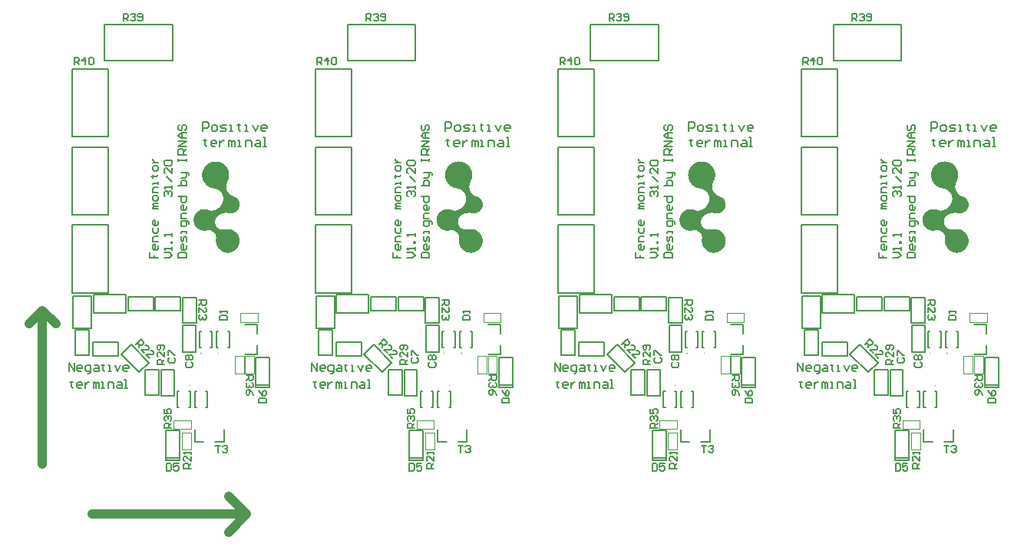
<source format=gto>
G04*
G04 #@! TF.GenerationSoftware,Altium Limited,Altium Designer,20.1.14 (287)*
G04*
G04 Layer_Color=65535*
%FSAX25Y25*%
%MOIN*%
G70*
G04*
G04 #@! TF.SameCoordinates,1876172F-CBA1-4FB9-98D7-45F53F2F45AF*
G04*
G04*
G04 #@! TF.FilePolarity,Positive*
G04*
G01*
G75*
%ADD28C,0.00787*%
%ADD29C,0.03937*%
%ADD44C,0.00394*%
%ADD45C,0.00598*%
G36*
X0750955Y0527934D02*
X0751907D01*
Y0527847D01*
X0752340D01*
Y0527761D01*
X0752600D01*
Y0527674D01*
X0752859D01*
Y0527588D01*
X0753119D01*
Y0527501D01*
X0753292D01*
Y0527415D01*
X0753465D01*
Y0527328D01*
X0753638D01*
Y0527242D01*
X0753812D01*
Y0527155D01*
X0753985D01*
Y0527068D01*
X0754071D01*
Y0526982D01*
X0754244D01*
Y0526895D01*
X0754331D01*
Y0526809D01*
X0754504D01*
Y0526722D01*
X0754590D01*
Y0526636D01*
X0754677D01*
Y0526549D01*
X0754764D01*
Y0526463D01*
X0754850D01*
Y0526376D01*
X0754937D01*
Y0526290D01*
X0755023D01*
Y0526203D01*
X0755110D01*
Y0526116D01*
X0755196D01*
Y0526030D01*
X0755283D01*
Y0525943D01*
X0755369D01*
Y0525857D01*
X0755456D01*
Y0525770D01*
X0755542D01*
Y0525684D01*
X0755629D01*
Y0525511D01*
X0755716D01*
Y0525424D01*
X0755802D01*
Y0525251D01*
X0755889D01*
Y0525164D01*
X0755975D01*
Y0524991D01*
X0756062D01*
Y0524818D01*
X0756148D01*
Y0524645D01*
X0756235D01*
Y0524472D01*
X0756321D01*
Y0524299D01*
X0756408D01*
Y0524039D01*
X0756494D01*
Y0523780D01*
X0756581D01*
Y0523433D01*
X0756668D01*
Y0523087D01*
X0756754D01*
Y0521183D01*
X0756668D01*
Y0520751D01*
X0756581D01*
Y0520404D01*
X0756494D01*
Y0520145D01*
X0756408D01*
Y0519972D01*
X0756321D01*
Y0519712D01*
X0756235D01*
Y0519539D01*
X0756148D01*
Y0519366D01*
X0756062D01*
Y0519106D01*
X0755975D01*
Y0518933D01*
X0755889D01*
Y0518673D01*
X0755802D01*
Y0518414D01*
X0755716D01*
Y0518154D01*
X0755629D01*
Y0517635D01*
X0755542D01*
Y0516596D01*
X0755629D01*
Y0515990D01*
X0755716D01*
Y0515644D01*
X0755802D01*
Y0515385D01*
X0755889D01*
Y0515212D01*
X0755975D01*
Y0515038D01*
X0756062D01*
Y0514865D01*
X0756148D01*
Y0514692D01*
X0756235D01*
Y0514606D01*
X0756321D01*
Y0514433D01*
X0756408D01*
Y0514346D01*
X0756494D01*
Y0514173D01*
X0756581D01*
Y0514086D01*
X0756668D01*
Y0514000D01*
X0756754D01*
Y0513913D01*
X0756841D01*
Y0513827D01*
X0756927D01*
Y0513740D01*
X0757014D01*
Y0513654D01*
X0757187D01*
Y0513567D01*
X0757273D01*
Y0513481D01*
X0757360D01*
Y0513394D01*
X0757533D01*
Y0513308D01*
X0757619D01*
Y0513221D01*
X0757793D01*
Y0513134D01*
X0757966D01*
Y0513048D01*
X0758139D01*
Y0512961D01*
X0758312D01*
Y0512875D01*
X0758571D01*
Y0512788D01*
X0758831D01*
Y0512702D01*
X0759004D01*
Y0512615D01*
X0759177D01*
Y0512529D01*
X0759350D01*
Y0512442D01*
X0759523D01*
Y0512356D01*
X0759697D01*
Y0512269D01*
X0759783D01*
Y0512183D01*
X0759870D01*
Y0512096D01*
X0760043D01*
Y0512009D01*
X0760129D01*
Y0511923D01*
X0760216D01*
Y0511836D01*
X0760302D01*
Y0511750D01*
X0760389D01*
Y0511663D01*
X0760475D01*
Y0511490D01*
X0760562D01*
Y0511404D01*
X0760649D01*
Y0511317D01*
X0760735D01*
Y0511144D01*
X0760822D01*
Y0510971D01*
X0760908D01*
Y0510798D01*
X0760995D01*
Y0510625D01*
X0761081D01*
Y0510365D01*
X0761168D01*
Y0510105D01*
X0761254D01*
Y0509673D01*
X0761341D01*
Y0508807D01*
X0761254D01*
Y0508288D01*
X0761168D01*
Y0508028D01*
X0761081D01*
Y0507769D01*
X0760995D01*
Y0507595D01*
X0760908D01*
Y0507422D01*
X0760822D01*
Y0507249D01*
X0760735D01*
Y0507163D01*
X0760649D01*
Y0506990D01*
X0760562D01*
Y0506903D01*
X0760475D01*
Y0506817D01*
X0760389D01*
Y0506730D01*
X0760302D01*
Y0506643D01*
X0760216D01*
Y0506557D01*
X0760129D01*
Y0506470D01*
X0760043D01*
Y0506384D01*
X0759956D01*
Y0506297D01*
X0759870D01*
Y0506211D01*
X0759783D01*
Y0506124D01*
X0759610D01*
Y0506038D01*
X0759523D01*
Y0505951D01*
X0759350D01*
Y0505865D01*
X0759177D01*
Y0505778D01*
X0758918D01*
Y0505691D01*
X0758745D01*
Y0505605D01*
X0758398D01*
Y0505518D01*
X0757793D01*
Y0505432D01*
X0757446D01*
Y0505518D01*
X0756754D01*
Y0505605D01*
X0756062D01*
Y0505691D01*
X0754937D01*
Y0505605D01*
X0754331D01*
Y0505518D01*
X0753985D01*
Y0505432D01*
X0753725D01*
Y0505345D01*
X0753552D01*
Y0505259D01*
X0753292D01*
Y0505172D01*
X0753119D01*
Y0505086D01*
X0752946D01*
Y0504999D01*
X0752773D01*
Y0504913D01*
X0752600D01*
Y0504826D01*
X0752513D01*
Y0504740D01*
X0752340D01*
Y0504653D01*
X0752167D01*
Y0504566D01*
X0752081D01*
Y0504480D01*
X0751907D01*
Y0504393D01*
X0751821D01*
Y0504307D01*
X0751734D01*
Y0504220D01*
X0751648D01*
Y0504134D01*
X0751561D01*
Y0504047D01*
X0751475D01*
Y0503961D01*
X0751388D01*
Y0503874D01*
X0751302D01*
Y0503788D01*
X0751215D01*
Y0503614D01*
X0751128D01*
Y0503441D01*
X0751042D01*
Y0503355D01*
X0750955D01*
Y0503095D01*
X0750869D01*
Y0502922D01*
X0750782D01*
Y0502576D01*
X0750696D01*
Y0502057D01*
X0750609D01*
Y0501278D01*
X0750696D01*
Y0500845D01*
X0750782D01*
Y0500499D01*
X0750869D01*
Y0500326D01*
X0750955D01*
Y0500153D01*
X0751042D01*
Y0499979D01*
X0751128D01*
Y0499806D01*
X0751215D01*
Y0499720D01*
X0751302D01*
Y0499633D01*
X0751388D01*
Y0499460D01*
X0751475D01*
Y0499374D01*
X0751561D01*
Y0499287D01*
X0751648D01*
Y0499201D01*
X0751734D01*
Y0499114D01*
X0751821D01*
Y0499027D01*
X0751994D01*
Y0498941D01*
X0752081D01*
Y0498854D01*
X0752254D01*
Y0498768D01*
X0752427D01*
Y0498681D01*
X0752600D01*
Y0498595D01*
X0752773D01*
Y0498508D01*
X0753033D01*
Y0498422D01*
X0753379D01*
Y0498335D01*
X0754504D01*
Y0498422D01*
X0754937D01*
Y0498508D01*
X0755283D01*
Y0498595D01*
X0757014D01*
Y0498508D01*
X0757446D01*
Y0498422D01*
X0757706D01*
Y0498335D01*
X0757966D01*
Y0498249D01*
X0758225D01*
Y0498162D01*
X0758398D01*
Y0498075D01*
X0758571D01*
Y0497989D01*
X0758745D01*
Y0497902D01*
X0758831D01*
Y0497816D01*
X0759004D01*
Y0497729D01*
X0759091D01*
Y0497643D01*
X0759264D01*
Y0497556D01*
X0759350D01*
Y0497470D01*
X0759437D01*
Y0497383D01*
X0759523D01*
Y0497297D01*
X0759697D01*
Y0497210D01*
X0759783D01*
Y0497123D01*
X0759870D01*
Y0497037D01*
X0759956D01*
Y0496864D01*
X0760043D01*
Y0496777D01*
X0760129D01*
Y0496691D01*
X0760216D01*
Y0496604D01*
X0760302D01*
Y0496431D01*
X0760389D01*
Y0496345D01*
X0760475D01*
Y0496258D01*
X0760562D01*
Y0496085D01*
X0760649D01*
Y0495912D01*
X0760735D01*
Y0495739D01*
X0760822D01*
Y0495566D01*
X0760908D01*
Y0495393D01*
X0760995D01*
Y0495133D01*
X0761081D01*
Y0494873D01*
X0761168D01*
Y0494527D01*
X0761254D01*
Y0493921D01*
X0761341D01*
Y0492969D01*
X0761254D01*
Y0492450D01*
X0761168D01*
Y0492104D01*
X0761081D01*
Y0491844D01*
X0760995D01*
Y0491584D01*
X0760908D01*
Y0491411D01*
X0760822D01*
Y0491152D01*
X0760735D01*
Y0490979D01*
X0760649D01*
Y0490892D01*
X0760562D01*
Y0490719D01*
X0760475D01*
Y0490632D01*
X0760389D01*
Y0490459D01*
X0760302D01*
Y0490373D01*
X0760216D01*
Y0490200D01*
X0760129D01*
Y0490113D01*
X0760043D01*
Y0490027D01*
X0759956D01*
Y0489940D01*
X0759870D01*
Y0489854D01*
X0759783D01*
Y0489767D01*
X0759697D01*
Y0489680D01*
X0759610D01*
Y0489594D01*
X0759523D01*
Y0489507D01*
X0759350D01*
Y0489421D01*
X0759264D01*
Y0489334D01*
X0759177D01*
Y0489248D01*
X0759004D01*
Y0489161D01*
X0758918D01*
Y0489075D01*
X0758745D01*
Y0488988D01*
X0758571D01*
Y0488902D01*
X0758485D01*
Y0488815D01*
X0758225D01*
Y0488729D01*
X0758052D01*
Y0488642D01*
X0757793D01*
Y0488555D01*
X0757533D01*
Y0488469D01*
X0757187D01*
Y0488382D01*
X0756581D01*
Y0488296D01*
X0755716D01*
Y0488382D01*
X0755110D01*
Y0488469D01*
X0754764D01*
Y0488555D01*
X0754504D01*
Y0488642D01*
X0754244D01*
Y0488729D01*
X0754071D01*
Y0488815D01*
X0753898D01*
Y0488902D01*
X0753725D01*
Y0488988D01*
X0753552D01*
Y0489075D01*
X0753465D01*
Y0489161D01*
X0753292D01*
Y0489248D01*
X0753206D01*
Y0489334D01*
X0753033D01*
Y0489421D01*
X0752946D01*
Y0489507D01*
X0752859D01*
Y0489594D01*
X0752773D01*
Y0489680D01*
X0752686D01*
Y0489767D01*
X0752600D01*
Y0489854D01*
X0752513D01*
Y0489940D01*
X0752427D01*
Y0490027D01*
X0752340D01*
Y0490113D01*
X0752254D01*
Y0490200D01*
X0752167D01*
Y0490286D01*
X0752081D01*
Y0490459D01*
X0751994D01*
Y0490546D01*
X0751907D01*
Y0490719D01*
X0751821D01*
Y0490806D01*
X0751734D01*
Y0490979D01*
X0751648D01*
Y0491152D01*
X0751561D01*
Y0491325D01*
X0751475D01*
Y0491584D01*
X0751388D01*
Y0491758D01*
X0751302D01*
Y0492017D01*
X0751215D01*
Y0492364D01*
X0751128D01*
Y0492883D01*
X0751042D01*
Y0494441D01*
X0751128D01*
Y0495306D01*
X0751042D01*
Y0495739D01*
X0750955D01*
Y0495998D01*
X0750869D01*
Y0496172D01*
X0750782D01*
Y0496345D01*
X0750696D01*
Y0496518D01*
X0750609D01*
Y0496604D01*
X0750523D01*
Y0496777D01*
X0750436D01*
Y0496864D01*
X0750350D01*
Y0496950D01*
X0750263D01*
Y0497037D01*
X0750176D01*
Y0497123D01*
X0750090D01*
Y0497210D01*
X0750003D01*
Y0497297D01*
X0749830D01*
Y0497383D01*
X0749744D01*
Y0497470D01*
X0749657D01*
Y0497556D01*
X0749484D01*
Y0497643D01*
X0749398D01*
Y0497729D01*
X0749225D01*
Y0497816D01*
X0749052D01*
Y0497902D01*
X0748792D01*
Y0497989D01*
X0748359D01*
Y0498075D01*
X0747234D01*
Y0497989D01*
X0746801D01*
Y0497902D01*
X0745157D01*
Y0497989D01*
X0744811D01*
Y0498075D01*
X0744551D01*
Y0498162D01*
X0744291D01*
Y0498249D01*
X0744032D01*
Y0498335D01*
X0743859D01*
Y0498422D01*
X0743686D01*
Y0498508D01*
X0743599D01*
Y0498595D01*
X0743426D01*
Y0498681D01*
X0743339D01*
Y0498768D01*
X0743166D01*
Y0498854D01*
X0743080D01*
Y0498941D01*
X0742993D01*
Y0499027D01*
X0742907D01*
Y0499114D01*
X0742820D01*
Y0499201D01*
X0742734D01*
Y0499287D01*
X0742647D01*
Y0499374D01*
X0742560D01*
Y0499460D01*
X0742474D01*
Y0499547D01*
X0742387D01*
Y0499633D01*
X0742301D01*
Y0499720D01*
X0742214D01*
Y0499893D01*
X0742128D01*
Y0499979D01*
X0742041D01*
Y0500153D01*
X0741955D01*
Y0500239D01*
X0741868D01*
Y0500412D01*
X0741782D01*
Y0500585D01*
X0741695D01*
Y0500845D01*
X0741608D01*
Y0501018D01*
X0741522D01*
Y0501364D01*
X0741435D01*
Y0501710D01*
X0741349D01*
Y0503441D01*
X0741435D01*
Y0503788D01*
X0741522D01*
Y0504047D01*
X0741608D01*
Y0504307D01*
X0741695D01*
Y0504480D01*
X0741782D01*
Y0504653D01*
X0741868D01*
Y0504826D01*
X0741955D01*
Y0504999D01*
X0742041D01*
Y0505086D01*
X0742128D01*
Y0505259D01*
X0742214D01*
Y0505345D01*
X0742301D01*
Y0505518D01*
X0742387D01*
Y0505605D01*
X0742474D01*
Y0505691D01*
X0742560D01*
Y0505778D01*
X0742647D01*
Y0505865D01*
X0742734D01*
Y0505951D01*
X0742820D01*
Y0506038D01*
X0742907D01*
Y0506124D01*
X0742993D01*
Y0506211D01*
X0743166D01*
Y0506297D01*
X0743253D01*
Y0506384D01*
X0743339D01*
Y0506470D01*
X0743512D01*
Y0506557D01*
X0743599D01*
Y0506643D01*
X0743772D01*
Y0506730D01*
X0743945D01*
Y0506817D01*
X0744118D01*
Y0506903D01*
X0744378D01*
Y0506990D01*
X0744638D01*
Y0507076D01*
X0744897D01*
Y0507163D01*
X0745416D01*
Y0507249D01*
X0746542D01*
Y0507163D01*
X0747061D01*
Y0507076D01*
X0747321D01*
Y0506990D01*
X0747580D01*
Y0506903D01*
X0747840D01*
Y0506817D01*
X0748186D01*
Y0506730D01*
X0748705D01*
Y0506643D01*
X0749744D01*
Y0506730D01*
X0750263D01*
Y0506817D01*
X0750609D01*
Y0506903D01*
X0750869D01*
Y0506990D01*
X0751042D01*
Y0507076D01*
X0751215D01*
Y0507163D01*
X0751388D01*
Y0507249D01*
X0751561D01*
Y0507336D01*
X0751648D01*
Y0507422D01*
X0751821D01*
Y0507509D01*
X0751907D01*
Y0507595D01*
X0752081D01*
Y0507682D01*
X0752167D01*
Y0507769D01*
X0752254D01*
Y0507855D01*
X0752340D01*
Y0507942D01*
X0752427D01*
Y0508028D01*
X0752513D01*
Y0508115D01*
X0752600D01*
Y0508201D01*
X0752686D01*
Y0508288D01*
X0752773D01*
Y0508374D01*
X0752859D01*
Y0508461D01*
X0752946D01*
Y0508547D01*
X0753033D01*
Y0508721D01*
X0753119D01*
Y0508807D01*
X0753206D01*
Y0508894D01*
X0753292D01*
Y0509067D01*
X0753379D01*
Y0509153D01*
X0753465D01*
Y0509327D01*
X0753552D01*
Y0509413D01*
X0753638D01*
Y0509586D01*
X0753725D01*
Y0509759D01*
X0753812D01*
Y0510019D01*
X0753898D01*
Y0510192D01*
X0753985D01*
Y0510452D01*
X0754071D01*
Y0510798D01*
X0754158D01*
Y0511404D01*
X0754244D01*
Y0512096D01*
X0754158D01*
Y0512702D01*
X0754071D01*
Y0513048D01*
X0753985D01*
Y0513308D01*
X0753898D01*
Y0513567D01*
X0753812D01*
Y0513740D01*
X0753725D01*
Y0513913D01*
X0753638D01*
Y0514086D01*
X0753552D01*
Y0514173D01*
X0753465D01*
Y0514346D01*
X0753379D01*
Y0514433D01*
X0753292D01*
Y0514519D01*
X0753206D01*
Y0514692D01*
X0753119D01*
Y0514779D01*
X0753033D01*
Y0514865D01*
X0752946D01*
Y0514952D01*
X0752859D01*
Y0515038D01*
X0752773D01*
Y0515125D01*
X0752686D01*
Y0515212D01*
X0752600D01*
Y0515298D01*
X0752427D01*
Y0515385D01*
X0752340D01*
Y0515471D01*
X0752254D01*
Y0515558D01*
X0752081D01*
Y0515644D01*
X0751994D01*
Y0515731D01*
X0751821D01*
Y0515817D01*
X0751648D01*
Y0515904D01*
X0751388D01*
Y0515990D01*
X0751215D01*
Y0516077D01*
X0750869D01*
Y0516164D01*
X0750436D01*
Y0516250D01*
X0749917D01*
Y0516337D01*
X0749484D01*
Y0516423D01*
X0749225D01*
Y0516510D01*
X0748965D01*
Y0516596D01*
X0748705D01*
Y0516683D01*
X0748532D01*
Y0516769D01*
X0748273D01*
Y0516856D01*
X0748186D01*
Y0516943D01*
X0748013D01*
Y0517029D01*
X0747840D01*
Y0517116D01*
X0747667D01*
Y0517202D01*
X0747580D01*
Y0517289D01*
X0747494D01*
Y0517375D01*
X0747321D01*
Y0517462D01*
X0747234D01*
Y0517548D01*
X0747147D01*
Y0517635D01*
X0747061D01*
Y0517721D01*
X0746888D01*
Y0517808D01*
X0746801D01*
Y0517895D01*
X0746715D01*
Y0517981D01*
X0746628D01*
Y0518068D01*
X0746542D01*
Y0518154D01*
X0746455D01*
Y0518327D01*
X0746369D01*
Y0518414D01*
X0746282D01*
Y0518500D01*
X0746195D01*
Y0518587D01*
X0746109D01*
Y0518760D01*
X0746022D01*
Y0518847D01*
X0745936D01*
Y0519020D01*
X0745849D01*
Y0519193D01*
X0745763D01*
Y0519279D01*
X0745676D01*
Y0519452D01*
X0745590D01*
Y0519625D01*
X0745503D01*
Y0519885D01*
X0745416D01*
Y0520058D01*
X0745330D01*
Y0520318D01*
X0745243D01*
Y0520664D01*
X0745157D01*
Y0521010D01*
X0745070D01*
Y0521702D01*
X0744984D01*
Y0522481D01*
X0745070D01*
Y0523174D01*
X0745157D01*
Y0523520D01*
X0745243D01*
Y0523866D01*
X0745330D01*
Y0524126D01*
X0745416D01*
Y0524299D01*
X0745503D01*
Y0524559D01*
X0745590D01*
Y0524732D01*
X0745676D01*
Y0524905D01*
X0745763D01*
Y0524991D01*
X0745849D01*
Y0525164D01*
X0745936D01*
Y0525338D01*
X0746022D01*
Y0525424D01*
X0746109D01*
Y0525597D01*
X0746195D01*
Y0525684D01*
X0746282D01*
Y0525770D01*
X0746369D01*
Y0525857D01*
X0746455D01*
Y0525943D01*
X0746542D01*
Y0526116D01*
X0746628D01*
Y0526203D01*
X0746715D01*
Y0526290D01*
X0746801D01*
Y0526376D01*
X0746888D01*
Y0526463D01*
X0747061D01*
Y0526549D01*
X0747147D01*
Y0526636D01*
X0747234D01*
Y0526722D01*
X0747321D01*
Y0526809D01*
X0747494D01*
Y0526895D01*
X0747580D01*
Y0526982D01*
X0747667D01*
Y0527068D01*
X0747840D01*
Y0527155D01*
X0748013D01*
Y0527242D01*
X0748186D01*
Y0527328D01*
X0748359D01*
Y0527415D01*
X0748532D01*
Y0527501D01*
X0748705D01*
Y0527588D01*
X0748965D01*
Y0527674D01*
X0749225D01*
Y0527761D01*
X0749484D01*
Y0527847D01*
X0749917D01*
Y0527934D01*
X0750782D01*
Y0528020D01*
X0750955D01*
Y0527934D01*
D02*
G37*
G36*
X0645442D02*
X0646394D01*
Y0527847D01*
X0646827D01*
Y0527761D01*
X0647087D01*
Y0527674D01*
X0647346D01*
Y0527588D01*
X0647606D01*
Y0527501D01*
X0647779D01*
Y0527415D01*
X0647952D01*
Y0527328D01*
X0648125D01*
Y0527242D01*
X0648298D01*
Y0527155D01*
X0648471D01*
Y0527068D01*
X0648558D01*
Y0526982D01*
X0648731D01*
Y0526895D01*
X0648817D01*
Y0526809D01*
X0648991D01*
Y0526722D01*
X0649077D01*
Y0526636D01*
X0649164D01*
Y0526549D01*
X0649250D01*
Y0526463D01*
X0649337D01*
Y0526376D01*
X0649423D01*
Y0526290D01*
X0649510D01*
Y0526203D01*
X0649596D01*
Y0526116D01*
X0649683D01*
Y0526030D01*
X0649770D01*
Y0525943D01*
X0649856D01*
Y0525857D01*
X0649943D01*
Y0525770D01*
X0650029D01*
Y0525684D01*
X0650116D01*
Y0525511D01*
X0650202D01*
Y0525424D01*
X0650289D01*
Y0525251D01*
X0650375D01*
Y0525164D01*
X0650462D01*
Y0524991D01*
X0650548D01*
Y0524818D01*
X0650635D01*
Y0524645D01*
X0650722D01*
Y0524472D01*
X0650808D01*
Y0524299D01*
X0650895D01*
Y0524039D01*
X0650981D01*
Y0523780D01*
X0651068D01*
Y0523433D01*
X0651154D01*
Y0523087D01*
X0651241D01*
Y0521183D01*
X0651154D01*
Y0520751D01*
X0651068D01*
Y0520404D01*
X0650981D01*
Y0520145D01*
X0650895D01*
Y0519972D01*
X0650808D01*
Y0519712D01*
X0650722D01*
Y0519539D01*
X0650635D01*
Y0519366D01*
X0650548D01*
Y0519106D01*
X0650462D01*
Y0518933D01*
X0650375D01*
Y0518673D01*
X0650289D01*
Y0518414D01*
X0650202D01*
Y0518154D01*
X0650116D01*
Y0517635D01*
X0650029D01*
Y0516596D01*
X0650116D01*
Y0515990D01*
X0650202D01*
Y0515644D01*
X0650289D01*
Y0515385D01*
X0650375D01*
Y0515212D01*
X0650462D01*
Y0515038D01*
X0650548D01*
Y0514865D01*
X0650635D01*
Y0514692D01*
X0650722D01*
Y0514606D01*
X0650808D01*
Y0514433D01*
X0650895D01*
Y0514346D01*
X0650981D01*
Y0514173D01*
X0651068D01*
Y0514086D01*
X0651154D01*
Y0514000D01*
X0651241D01*
Y0513913D01*
X0651327D01*
Y0513827D01*
X0651414D01*
Y0513740D01*
X0651501D01*
Y0513654D01*
X0651674D01*
Y0513567D01*
X0651760D01*
Y0513481D01*
X0651847D01*
Y0513394D01*
X0652020D01*
Y0513308D01*
X0652106D01*
Y0513221D01*
X0652279D01*
Y0513134D01*
X0652453D01*
Y0513048D01*
X0652626D01*
Y0512961D01*
X0652799D01*
Y0512875D01*
X0653058D01*
Y0512788D01*
X0653318D01*
Y0512702D01*
X0653491D01*
Y0512615D01*
X0653664D01*
Y0512529D01*
X0653837D01*
Y0512442D01*
X0654010D01*
Y0512356D01*
X0654183D01*
Y0512269D01*
X0654270D01*
Y0512183D01*
X0654356D01*
Y0512096D01*
X0654530D01*
Y0512009D01*
X0654616D01*
Y0511923D01*
X0654703D01*
Y0511836D01*
X0654789D01*
Y0511750D01*
X0654876D01*
Y0511663D01*
X0654962D01*
Y0511490D01*
X0655049D01*
Y0511404D01*
X0655135D01*
Y0511317D01*
X0655222D01*
Y0511144D01*
X0655308D01*
Y0510971D01*
X0655395D01*
Y0510798D01*
X0655482D01*
Y0510625D01*
X0655568D01*
Y0510365D01*
X0655655D01*
Y0510105D01*
X0655741D01*
Y0509673D01*
X0655828D01*
Y0508807D01*
X0655741D01*
Y0508288D01*
X0655655D01*
Y0508028D01*
X0655568D01*
Y0507769D01*
X0655482D01*
Y0507595D01*
X0655395D01*
Y0507422D01*
X0655308D01*
Y0507249D01*
X0655222D01*
Y0507163D01*
X0655135D01*
Y0506990D01*
X0655049D01*
Y0506903D01*
X0654962D01*
Y0506817D01*
X0654876D01*
Y0506730D01*
X0654789D01*
Y0506643D01*
X0654703D01*
Y0506557D01*
X0654616D01*
Y0506470D01*
X0654530D01*
Y0506384D01*
X0654443D01*
Y0506297D01*
X0654356D01*
Y0506211D01*
X0654270D01*
Y0506124D01*
X0654097D01*
Y0506038D01*
X0654010D01*
Y0505951D01*
X0653837D01*
Y0505865D01*
X0653664D01*
Y0505778D01*
X0653405D01*
Y0505691D01*
X0653231D01*
Y0505605D01*
X0652885D01*
Y0505518D01*
X0652279D01*
Y0505432D01*
X0651933D01*
Y0505518D01*
X0651241D01*
Y0505605D01*
X0650548D01*
Y0505691D01*
X0649423D01*
Y0505605D01*
X0648817D01*
Y0505518D01*
X0648471D01*
Y0505432D01*
X0648212D01*
Y0505345D01*
X0648039D01*
Y0505259D01*
X0647779D01*
Y0505172D01*
X0647606D01*
Y0505086D01*
X0647433D01*
Y0504999D01*
X0647260D01*
Y0504913D01*
X0647087D01*
Y0504826D01*
X0647000D01*
Y0504740D01*
X0646827D01*
Y0504653D01*
X0646654D01*
Y0504566D01*
X0646567D01*
Y0504480D01*
X0646394D01*
Y0504393D01*
X0646308D01*
Y0504307D01*
X0646221D01*
Y0504220D01*
X0646135D01*
Y0504134D01*
X0646048D01*
Y0504047D01*
X0645962D01*
Y0503961D01*
X0645875D01*
Y0503874D01*
X0645788D01*
Y0503788D01*
X0645702D01*
Y0503614D01*
X0645615D01*
Y0503441D01*
X0645529D01*
Y0503355D01*
X0645442D01*
Y0503095D01*
X0645356D01*
Y0502922D01*
X0645269D01*
Y0502576D01*
X0645183D01*
Y0502057D01*
X0645096D01*
Y0501278D01*
X0645183D01*
Y0500845D01*
X0645269D01*
Y0500499D01*
X0645356D01*
Y0500326D01*
X0645442D01*
Y0500153D01*
X0645529D01*
Y0499979D01*
X0645615D01*
Y0499806D01*
X0645702D01*
Y0499720D01*
X0645788D01*
Y0499633D01*
X0645875D01*
Y0499460D01*
X0645962D01*
Y0499374D01*
X0646048D01*
Y0499287D01*
X0646135D01*
Y0499201D01*
X0646221D01*
Y0499114D01*
X0646308D01*
Y0499027D01*
X0646481D01*
Y0498941D01*
X0646567D01*
Y0498854D01*
X0646740D01*
Y0498768D01*
X0646913D01*
Y0498681D01*
X0647087D01*
Y0498595D01*
X0647260D01*
Y0498508D01*
X0647519D01*
Y0498422D01*
X0647865D01*
Y0498335D01*
X0648991D01*
Y0498422D01*
X0649423D01*
Y0498508D01*
X0649770D01*
Y0498595D01*
X0651501D01*
Y0498508D01*
X0651933D01*
Y0498422D01*
X0652193D01*
Y0498335D01*
X0652453D01*
Y0498249D01*
X0652712D01*
Y0498162D01*
X0652885D01*
Y0498075D01*
X0653058D01*
Y0497989D01*
X0653231D01*
Y0497902D01*
X0653318D01*
Y0497816D01*
X0653491D01*
Y0497729D01*
X0653578D01*
Y0497643D01*
X0653751D01*
Y0497556D01*
X0653837D01*
Y0497470D01*
X0653924D01*
Y0497383D01*
X0654010D01*
Y0497297D01*
X0654183D01*
Y0497210D01*
X0654270D01*
Y0497123D01*
X0654356D01*
Y0497037D01*
X0654443D01*
Y0496864D01*
X0654530D01*
Y0496777D01*
X0654616D01*
Y0496691D01*
X0654703D01*
Y0496604D01*
X0654789D01*
Y0496431D01*
X0654876D01*
Y0496345D01*
X0654962D01*
Y0496258D01*
X0655049D01*
Y0496085D01*
X0655135D01*
Y0495912D01*
X0655222D01*
Y0495739D01*
X0655308D01*
Y0495566D01*
X0655395D01*
Y0495393D01*
X0655482D01*
Y0495133D01*
X0655568D01*
Y0494873D01*
X0655655D01*
Y0494527D01*
X0655741D01*
Y0493921D01*
X0655828D01*
Y0492969D01*
X0655741D01*
Y0492450D01*
X0655655D01*
Y0492104D01*
X0655568D01*
Y0491844D01*
X0655482D01*
Y0491584D01*
X0655395D01*
Y0491411D01*
X0655308D01*
Y0491152D01*
X0655222D01*
Y0490979D01*
X0655135D01*
Y0490892D01*
X0655049D01*
Y0490719D01*
X0654962D01*
Y0490632D01*
X0654876D01*
Y0490459D01*
X0654789D01*
Y0490373D01*
X0654703D01*
Y0490200D01*
X0654616D01*
Y0490113D01*
X0654530D01*
Y0490027D01*
X0654443D01*
Y0489940D01*
X0654356D01*
Y0489854D01*
X0654270D01*
Y0489767D01*
X0654183D01*
Y0489680D01*
X0654097D01*
Y0489594D01*
X0654010D01*
Y0489507D01*
X0653837D01*
Y0489421D01*
X0653751D01*
Y0489334D01*
X0653664D01*
Y0489248D01*
X0653491D01*
Y0489161D01*
X0653405D01*
Y0489075D01*
X0653231D01*
Y0488988D01*
X0653058D01*
Y0488902D01*
X0652972D01*
Y0488815D01*
X0652712D01*
Y0488729D01*
X0652539D01*
Y0488642D01*
X0652279D01*
Y0488555D01*
X0652020D01*
Y0488469D01*
X0651674D01*
Y0488382D01*
X0651068D01*
Y0488296D01*
X0650202D01*
Y0488382D01*
X0649596D01*
Y0488469D01*
X0649250D01*
Y0488555D01*
X0648991D01*
Y0488642D01*
X0648731D01*
Y0488729D01*
X0648558D01*
Y0488815D01*
X0648385D01*
Y0488902D01*
X0648212D01*
Y0488988D01*
X0648039D01*
Y0489075D01*
X0647952D01*
Y0489161D01*
X0647779D01*
Y0489248D01*
X0647692D01*
Y0489334D01*
X0647519D01*
Y0489421D01*
X0647433D01*
Y0489507D01*
X0647346D01*
Y0489594D01*
X0647260D01*
Y0489680D01*
X0647173D01*
Y0489767D01*
X0647087D01*
Y0489854D01*
X0647000D01*
Y0489940D01*
X0646913D01*
Y0490027D01*
X0646827D01*
Y0490113D01*
X0646740D01*
Y0490200D01*
X0646654D01*
Y0490286D01*
X0646567D01*
Y0490459D01*
X0646481D01*
Y0490546D01*
X0646394D01*
Y0490719D01*
X0646308D01*
Y0490806D01*
X0646221D01*
Y0490979D01*
X0646135D01*
Y0491152D01*
X0646048D01*
Y0491325D01*
X0645962D01*
Y0491584D01*
X0645875D01*
Y0491758D01*
X0645788D01*
Y0492017D01*
X0645702D01*
Y0492364D01*
X0645615D01*
Y0492883D01*
X0645529D01*
Y0494441D01*
X0645615D01*
Y0495306D01*
X0645529D01*
Y0495739D01*
X0645442D01*
Y0495998D01*
X0645356D01*
Y0496172D01*
X0645269D01*
Y0496345D01*
X0645183D01*
Y0496518D01*
X0645096D01*
Y0496604D01*
X0645010D01*
Y0496777D01*
X0644923D01*
Y0496864D01*
X0644836D01*
Y0496950D01*
X0644750D01*
Y0497037D01*
X0644663D01*
Y0497123D01*
X0644577D01*
Y0497210D01*
X0644490D01*
Y0497297D01*
X0644317D01*
Y0497383D01*
X0644231D01*
Y0497470D01*
X0644144D01*
Y0497556D01*
X0643971D01*
Y0497643D01*
X0643884D01*
Y0497729D01*
X0643711D01*
Y0497816D01*
X0643538D01*
Y0497902D01*
X0643279D01*
Y0497989D01*
X0642846D01*
Y0498075D01*
X0641721D01*
Y0497989D01*
X0641288D01*
Y0497902D01*
X0639644D01*
Y0497989D01*
X0639297D01*
Y0498075D01*
X0639038D01*
Y0498162D01*
X0638778D01*
Y0498249D01*
X0638519D01*
Y0498335D01*
X0638345D01*
Y0498422D01*
X0638172D01*
Y0498508D01*
X0638086D01*
Y0498595D01*
X0637913D01*
Y0498681D01*
X0637826D01*
Y0498768D01*
X0637653D01*
Y0498854D01*
X0637567D01*
Y0498941D01*
X0637480D01*
Y0499027D01*
X0637394D01*
Y0499114D01*
X0637307D01*
Y0499201D01*
X0637220D01*
Y0499287D01*
X0637134D01*
Y0499374D01*
X0637047D01*
Y0499460D01*
X0636961D01*
Y0499547D01*
X0636874D01*
Y0499633D01*
X0636788D01*
Y0499720D01*
X0636701D01*
Y0499893D01*
X0636615D01*
Y0499979D01*
X0636528D01*
Y0500153D01*
X0636442D01*
Y0500239D01*
X0636355D01*
Y0500412D01*
X0636268D01*
Y0500585D01*
X0636182D01*
Y0500845D01*
X0636095D01*
Y0501018D01*
X0636009D01*
Y0501364D01*
X0635922D01*
Y0501710D01*
X0635836D01*
Y0503441D01*
X0635922D01*
Y0503788D01*
X0636009D01*
Y0504047D01*
X0636095D01*
Y0504307D01*
X0636182D01*
Y0504480D01*
X0636268D01*
Y0504653D01*
X0636355D01*
Y0504826D01*
X0636442D01*
Y0504999D01*
X0636528D01*
Y0505086D01*
X0636615D01*
Y0505259D01*
X0636701D01*
Y0505345D01*
X0636788D01*
Y0505518D01*
X0636874D01*
Y0505605D01*
X0636961D01*
Y0505691D01*
X0637047D01*
Y0505778D01*
X0637134D01*
Y0505865D01*
X0637220D01*
Y0505951D01*
X0637307D01*
Y0506038D01*
X0637394D01*
Y0506124D01*
X0637480D01*
Y0506211D01*
X0637653D01*
Y0506297D01*
X0637740D01*
Y0506384D01*
X0637826D01*
Y0506470D01*
X0637999D01*
Y0506557D01*
X0638086D01*
Y0506643D01*
X0638259D01*
Y0506730D01*
X0638432D01*
Y0506817D01*
X0638605D01*
Y0506903D01*
X0638865D01*
Y0506990D01*
X0639124D01*
Y0507076D01*
X0639384D01*
Y0507163D01*
X0639903D01*
Y0507249D01*
X0641028D01*
Y0507163D01*
X0641548D01*
Y0507076D01*
X0641807D01*
Y0506990D01*
X0642067D01*
Y0506903D01*
X0642327D01*
Y0506817D01*
X0642673D01*
Y0506730D01*
X0643192D01*
Y0506643D01*
X0644231D01*
Y0506730D01*
X0644750D01*
Y0506817D01*
X0645096D01*
Y0506903D01*
X0645356D01*
Y0506990D01*
X0645529D01*
Y0507076D01*
X0645702D01*
Y0507163D01*
X0645875D01*
Y0507249D01*
X0646048D01*
Y0507336D01*
X0646135D01*
Y0507422D01*
X0646308D01*
Y0507509D01*
X0646394D01*
Y0507595D01*
X0646567D01*
Y0507682D01*
X0646654D01*
Y0507769D01*
X0646740D01*
Y0507855D01*
X0646827D01*
Y0507942D01*
X0646913D01*
Y0508028D01*
X0647000D01*
Y0508115D01*
X0647087D01*
Y0508201D01*
X0647173D01*
Y0508288D01*
X0647260D01*
Y0508374D01*
X0647346D01*
Y0508461D01*
X0647433D01*
Y0508547D01*
X0647519D01*
Y0508721D01*
X0647606D01*
Y0508807D01*
X0647692D01*
Y0508894D01*
X0647779D01*
Y0509067D01*
X0647865D01*
Y0509153D01*
X0647952D01*
Y0509327D01*
X0648039D01*
Y0509413D01*
X0648125D01*
Y0509586D01*
X0648212D01*
Y0509759D01*
X0648298D01*
Y0510019D01*
X0648385D01*
Y0510192D01*
X0648471D01*
Y0510452D01*
X0648558D01*
Y0510798D01*
X0648644D01*
Y0511404D01*
X0648731D01*
Y0512096D01*
X0648644D01*
Y0512702D01*
X0648558D01*
Y0513048D01*
X0648471D01*
Y0513308D01*
X0648385D01*
Y0513567D01*
X0648298D01*
Y0513740D01*
X0648212D01*
Y0513913D01*
X0648125D01*
Y0514086D01*
X0648039D01*
Y0514173D01*
X0647952D01*
Y0514346D01*
X0647865D01*
Y0514433D01*
X0647779D01*
Y0514519D01*
X0647692D01*
Y0514692D01*
X0647606D01*
Y0514779D01*
X0647519D01*
Y0514865D01*
X0647433D01*
Y0514952D01*
X0647346D01*
Y0515038D01*
X0647260D01*
Y0515125D01*
X0647173D01*
Y0515212D01*
X0647087D01*
Y0515298D01*
X0646913D01*
Y0515385D01*
X0646827D01*
Y0515471D01*
X0646740D01*
Y0515558D01*
X0646567D01*
Y0515644D01*
X0646481D01*
Y0515731D01*
X0646308D01*
Y0515817D01*
X0646135D01*
Y0515904D01*
X0645875D01*
Y0515990D01*
X0645702D01*
Y0516077D01*
X0645356D01*
Y0516164D01*
X0644923D01*
Y0516250D01*
X0644404D01*
Y0516337D01*
X0643971D01*
Y0516423D01*
X0643711D01*
Y0516510D01*
X0643452D01*
Y0516596D01*
X0643192D01*
Y0516683D01*
X0643019D01*
Y0516769D01*
X0642759D01*
Y0516856D01*
X0642673D01*
Y0516943D01*
X0642500D01*
Y0517029D01*
X0642327D01*
Y0517116D01*
X0642154D01*
Y0517202D01*
X0642067D01*
Y0517289D01*
X0641980D01*
Y0517375D01*
X0641807D01*
Y0517462D01*
X0641721D01*
Y0517548D01*
X0641634D01*
Y0517635D01*
X0641548D01*
Y0517721D01*
X0641375D01*
Y0517808D01*
X0641288D01*
Y0517895D01*
X0641201D01*
Y0517981D01*
X0641115D01*
Y0518068D01*
X0641028D01*
Y0518154D01*
X0640942D01*
Y0518327D01*
X0640855D01*
Y0518414D01*
X0640769D01*
Y0518500D01*
X0640682D01*
Y0518587D01*
X0640596D01*
Y0518760D01*
X0640509D01*
Y0518847D01*
X0640423D01*
Y0519020D01*
X0640336D01*
Y0519193D01*
X0640249D01*
Y0519279D01*
X0640163D01*
Y0519452D01*
X0640076D01*
Y0519625D01*
X0639990D01*
Y0519885D01*
X0639903D01*
Y0520058D01*
X0639817D01*
Y0520318D01*
X0639730D01*
Y0520664D01*
X0639644D01*
Y0521010D01*
X0639557D01*
Y0521702D01*
X0639471D01*
Y0522481D01*
X0639557D01*
Y0523174D01*
X0639644D01*
Y0523520D01*
X0639730D01*
Y0523866D01*
X0639817D01*
Y0524126D01*
X0639903D01*
Y0524299D01*
X0639990D01*
Y0524559D01*
X0640076D01*
Y0524732D01*
X0640163D01*
Y0524905D01*
X0640249D01*
Y0524991D01*
X0640336D01*
Y0525164D01*
X0640423D01*
Y0525338D01*
X0640509D01*
Y0525424D01*
X0640596D01*
Y0525597D01*
X0640682D01*
Y0525684D01*
X0640769D01*
Y0525770D01*
X0640855D01*
Y0525857D01*
X0640942D01*
Y0525943D01*
X0641028D01*
Y0526116D01*
X0641115D01*
Y0526203D01*
X0641201D01*
Y0526290D01*
X0641288D01*
Y0526376D01*
X0641375D01*
Y0526463D01*
X0641548D01*
Y0526549D01*
X0641634D01*
Y0526636D01*
X0641721D01*
Y0526722D01*
X0641807D01*
Y0526809D01*
X0641980D01*
Y0526895D01*
X0642067D01*
Y0526982D01*
X0642154D01*
Y0527068D01*
X0642327D01*
Y0527155D01*
X0642500D01*
Y0527242D01*
X0642673D01*
Y0527328D01*
X0642846D01*
Y0527415D01*
X0643019D01*
Y0527501D01*
X0643192D01*
Y0527588D01*
X0643452D01*
Y0527674D01*
X0643711D01*
Y0527761D01*
X0643971D01*
Y0527847D01*
X0644404D01*
Y0527934D01*
X0645269D01*
Y0528020D01*
X0645442D01*
Y0527934D01*
D02*
G37*
G36*
X0539929D02*
X0540881D01*
Y0527847D01*
X0541314D01*
Y0527761D01*
X0541573D01*
Y0527674D01*
X0541833D01*
Y0527588D01*
X0542093D01*
Y0527501D01*
X0542266D01*
Y0527415D01*
X0542439D01*
Y0527328D01*
X0542612D01*
Y0527242D01*
X0542785D01*
Y0527155D01*
X0542958D01*
Y0527068D01*
X0543045D01*
Y0526982D01*
X0543218D01*
Y0526895D01*
X0543304D01*
Y0526809D01*
X0543477D01*
Y0526722D01*
X0543564D01*
Y0526636D01*
X0543650D01*
Y0526549D01*
X0543737D01*
Y0526463D01*
X0543824D01*
Y0526376D01*
X0543910D01*
Y0526290D01*
X0543997D01*
Y0526203D01*
X0544083D01*
Y0526116D01*
X0544170D01*
Y0526030D01*
X0544256D01*
Y0525943D01*
X0544343D01*
Y0525857D01*
X0544429D01*
Y0525770D01*
X0544516D01*
Y0525684D01*
X0544602D01*
Y0525511D01*
X0544689D01*
Y0525424D01*
X0544776D01*
Y0525251D01*
X0544862D01*
Y0525164D01*
X0544949D01*
Y0524991D01*
X0545035D01*
Y0524818D01*
X0545122D01*
Y0524645D01*
X0545208D01*
Y0524472D01*
X0545295D01*
Y0524299D01*
X0545381D01*
Y0524039D01*
X0545468D01*
Y0523780D01*
X0545554D01*
Y0523433D01*
X0545641D01*
Y0523087D01*
X0545728D01*
Y0521183D01*
X0545641D01*
Y0520751D01*
X0545554D01*
Y0520404D01*
X0545468D01*
Y0520145D01*
X0545381D01*
Y0519972D01*
X0545295D01*
Y0519712D01*
X0545208D01*
Y0519539D01*
X0545122D01*
Y0519366D01*
X0545035D01*
Y0519106D01*
X0544949D01*
Y0518933D01*
X0544862D01*
Y0518673D01*
X0544776D01*
Y0518414D01*
X0544689D01*
Y0518154D01*
X0544602D01*
Y0517635D01*
X0544516D01*
Y0516596D01*
X0544602D01*
Y0515990D01*
X0544689D01*
Y0515644D01*
X0544776D01*
Y0515385D01*
X0544862D01*
Y0515212D01*
X0544949D01*
Y0515038D01*
X0545035D01*
Y0514865D01*
X0545122D01*
Y0514692D01*
X0545208D01*
Y0514606D01*
X0545295D01*
Y0514433D01*
X0545381D01*
Y0514346D01*
X0545468D01*
Y0514173D01*
X0545554D01*
Y0514086D01*
X0545641D01*
Y0514000D01*
X0545728D01*
Y0513913D01*
X0545814D01*
Y0513827D01*
X0545901D01*
Y0513740D01*
X0545987D01*
Y0513654D01*
X0546160D01*
Y0513567D01*
X0546247D01*
Y0513481D01*
X0546333D01*
Y0513394D01*
X0546507D01*
Y0513308D01*
X0546593D01*
Y0513221D01*
X0546766D01*
Y0513134D01*
X0546939D01*
Y0513048D01*
X0547112D01*
Y0512961D01*
X0547285D01*
Y0512875D01*
X0547545D01*
Y0512788D01*
X0547805D01*
Y0512702D01*
X0547978D01*
Y0512615D01*
X0548151D01*
Y0512529D01*
X0548324D01*
Y0512442D01*
X0548497D01*
Y0512356D01*
X0548670D01*
Y0512269D01*
X0548757D01*
Y0512183D01*
X0548843D01*
Y0512096D01*
X0549016D01*
Y0512009D01*
X0549103D01*
Y0511923D01*
X0549189D01*
Y0511836D01*
X0549276D01*
Y0511750D01*
X0549363D01*
Y0511663D01*
X0549449D01*
Y0511490D01*
X0549536D01*
Y0511404D01*
X0549622D01*
Y0511317D01*
X0549709D01*
Y0511144D01*
X0549795D01*
Y0510971D01*
X0549882D01*
Y0510798D01*
X0549968D01*
Y0510625D01*
X0550055D01*
Y0510365D01*
X0550141D01*
Y0510105D01*
X0550228D01*
Y0509673D01*
X0550315D01*
Y0508807D01*
X0550228D01*
Y0508288D01*
X0550141D01*
Y0508028D01*
X0550055D01*
Y0507769D01*
X0549968D01*
Y0507595D01*
X0549882D01*
Y0507422D01*
X0549795D01*
Y0507249D01*
X0549709D01*
Y0507163D01*
X0549622D01*
Y0506990D01*
X0549536D01*
Y0506903D01*
X0549449D01*
Y0506817D01*
X0549363D01*
Y0506730D01*
X0549276D01*
Y0506643D01*
X0549189D01*
Y0506557D01*
X0549103D01*
Y0506470D01*
X0549016D01*
Y0506384D01*
X0548930D01*
Y0506297D01*
X0548843D01*
Y0506211D01*
X0548757D01*
Y0506124D01*
X0548584D01*
Y0506038D01*
X0548497D01*
Y0505951D01*
X0548324D01*
Y0505865D01*
X0548151D01*
Y0505778D01*
X0547891D01*
Y0505691D01*
X0547718D01*
Y0505605D01*
X0547372D01*
Y0505518D01*
X0546766D01*
Y0505432D01*
X0546420D01*
Y0505518D01*
X0545728D01*
Y0505605D01*
X0545035D01*
Y0505691D01*
X0543910D01*
Y0505605D01*
X0543304D01*
Y0505518D01*
X0542958D01*
Y0505432D01*
X0542698D01*
Y0505345D01*
X0542525D01*
Y0505259D01*
X0542266D01*
Y0505172D01*
X0542093D01*
Y0505086D01*
X0541920D01*
Y0504999D01*
X0541747D01*
Y0504913D01*
X0541573D01*
Y0504826D01*
X0541487D01*
Y0504740D01*
X0541314D01*
Y0504653D01*
X0541141D01*
Y0504566D01*
X0541054D01*
Y0504480D01*
X0540881D01*
Y0504393D01*
X0540795D01*
Y0504307D01*
X0540708D01*
Y0504220D01*
X0540621D01*
Y0504134D01*
X0540535D01*
Y0504047D01*
X0540448D01*
Y0503961D01*
X0540362D01*
Y0503874D01*
X0540275D01*
Y0503788D01*
X0540189D01*
Y0503614D01*
X0540102D01*
Y0503441D01*
X0540016D01*
Y0503355D01*
X0539929D01*
Y0503095D01*
X0539843D01*
Y0502922D01*
X0539756D01*
Y0502576D01*
X0539669D01*
Y0502057D01*
X0539583D01*
Y0501278D01*
X0539669D01*
Y0500845D01*
X0539756D01*
Y0500499D01*
X0539843D01*
Y0500326D01*
X0539929D01*
Y0500153D01*
X0540016D01*
Y0499979D01*
X0540102D01*
Y0499806D01*
X0540189D01*
Y0499720D01*
X0540275D01*
Y0499633D01*
X0540362D01*
Y0499460D01*
X0540448D01*
Y0499374D01*
X0540535D01*
Y0499287D01*
X0540621D01*
Y0499201D01*
X0540708D01*
Y0499114D01*
X0540795D01*
Y0499027D01*
X0540968D01*
Y0498941D01*
X0541054D01*
Y0498854D01*
X0541227D01*
Y0498768D01*
X0541400D01*
Y0498681D01*
X0541573D01*
Y0498595D01*
X0541747D01*
Y0498508D01*
X0542006D01*
Y0498422D01*
X0542352D01*
Y0498335D01*
X0543477D01*
Y0498422D01*
X0543910D01*
Y0498508D01*
X0544256D01*
Y0498595D01*
X0545987D01*
Y0498508D01*
X0546420D01*
Y0498422D01*
X0546680D01*
Y0498335D01*
X0546939D01*
Y0498249D01*
X0547199D01*
Y0498162D01*
X0547372D01*
Y0498075D01*
X0547545D01*
Y0497989D01*
X0547718D01*
Y0497902D01*
X0547805D01*
Y0497816D01*
X0547978D01*
Y0497729D01*
X0548064D01*
Y0497643D01*
X0548237D01*
Y0497556D01*
X0548324D01*
Y0497470D01*
X0548411D01*
Y0497383D01*
X0548497D01*
Y0497297D01*
X0548670D01*
Y0497210D01*
X0548757D01*
Y0497123D01*
X0548843D01*
Y0497037D01*
X0548930D01*
Y0496864D01*
X0549016D01*
Y0496777D01*
X0549103D01*
Y0496691D01*
X0549189D01*
Y0496604D01*
X0549276D01*
Y0496431D01*
X0549363D01*
Y0496345D01*
X0549449D01*
Y0496258D01*
X0549536D01*
Y0496085D01*
X0549622D01*
Y0495912D01*
X0549709D01*
Y0495739D01*
X0549795D01*
Y0495566D01*
X0549882D01*
Y0495393D01*
X0549968D01*
Y0495133D01*
X0550055D01*
Y0494873D01*
X0550141D01*
Y0494527D01*
X0550228D01*
Y0493921D01*
X0550315D01*
Y0492969D01*
X0550228D01*
Y0492450D01*
X0550141D01*
Y0492104D01*
X0550055D01*
Y0491844D01*
X0549968D01*
Y0491584D01*
X0549882D01*
Y0491411D01*
X0549795D01*
Y0491152D01*
X0549709D01*
Y0490979D01*
X0549622D01*
Y0490892D01*
X0549536D01*
Y0490719D01*
X0549449D01*
Y0490632D01*
X0549363D01*
Y0490459D01*
X0549276D01*
Y0490373D01*
X0549189D01*
Y0490200D01*
X0549103D01*
Y0490113D01*
X0549016D01*
Y0490027D01*
X0548930D01*
Y0489940D01*
X0548843D01*
Y0489854D01*
X0548757D01*
Y0489767D01*
X0548670D01*
Y0489680D01*
X0548584D01*
Y0489594D01*
X0548497D01*
Y0489507D01*
X0548324D01*
Y0489421D01*
X0548237D01*
Y0489334D01*
X0548151D01*
Y0489248D01*
X0547978D01*
Y0489161D01*
X0547891D01*
Y0489075D01*
X0547718D01*
Y0488988D01*
X0547545D01*
Y0488902D01*
X0547459D01*
Y0488815D01*
X0547199D01*
Y0488729D01*
X0547026D01*
Y0488642D01*
X0546766D01*
Y0488555D01*
X0546507D01*
Y0488469D01*
X0546160D01*
Y0488382D01*
X0545554D01*
Y0488296D01*
X0544689D01*
Y0488382D01*
X0544083D01*
Y0488469D01*
X0543737D01*
Y0488555D01*
X0543477D01*
Y0488642D01*
X0543218D01*
Y0488729D01*
X0543045D01*
Y0488815D01*
X0542872D01*
Y0488902D01*
X0542698D01*
Y0488988D01*
X0542525D01*
Y0489075D01*
X0542439D01*
Y0489161D01*
X0542266D01*
Y0489248D01*
X0542179D01*
Y0489334D01*
X0542006D01*
Y0489421D01*
X0541920D01*
Y0489507D01*
X0541833D01*
Y0489594D01*
X0541747D01*
Y0489680D01*
X0541660D01*
Y0489767D01*
X0541573D01*
Y0489854D01*
X0541487D01*
Y0489940D01*
X0541400D01*
Y0490027D01*
X0541314D01*
Y0490113D01*
X0541227D01*
Y0490200D01*
X0541141D01*
Y0490286D01*
X0541054D01*
Y0490459D01*
X0540968D01*
Y0490546D01*
X0540881D01*
Y0490719D01*
X0540795D01*
Y0490806D01*
X0540708D01*
Y0490979D01*
X0540621D01*
Y0491152D01*
X0540535D01*
Y0491325D01*
X0540448D01*
Y0491584D01*
X0540362D01*
Y0491758D01*
X0540275D01*
Y0492017D01*
X0540189D01*
Y0492364D01*
X0540102D01*
Y0492883D01*
X0540016D01*
Y0494441D01*
X0540102D01*
Y0495306D01*
X0540016D01*
Y0495739D01*
X0539929D01*
Y0495998D01*
X0539843D01*
Y0496172D01*
X0539756D01*
Y0496345D01*
X0539669D01*
Y0496518D01*
X0539583D01*
Y0496604D01*
X0539496D01*
Y0496777D01*
X0539410D01*
Y0496864D01*
X0539323D01*
Y0496950D01*
X0539237D01*
Y0497037D01*
X0539150D01*
Y0497123D01*
X0539064D01*
Y0497210D01*
X0538977D01*
Y0497297D01*
X0538804D01*
Y0497383D01*
X0538717D01*
Y0497470D01*
X0538631D01*
Y0497556D01*
X0538458D01*
Y0497643D01*
X0538371D01*
Y0497729D01*
X0538198D01*
Y0497816D01*
X0538025D01*
Y0497902D01*
X0537765D01*
Y0497989D01*
X0537333D01*
Y0498075D01*
X0536207D01*
Y0497989D01*
X0535775D01*
Y0497902D01*
X0534130D01*
Y0497989D01*
X0533784D01*
Y0498075D01*
X0533525D01*
Y0498162D01*
X0533265D01*
Y0498249D01*
X0533005D01*
Y0498335D01*
X0532832D01*
Y0498422D01*
X0532659D01*
Y0498508D01*
X0532573D01*
Y0498595D01*
X0532400D01*
Y0498681D01*
X0532313D01*
Y0498768D01*
X0532140D01*
Y0498854D01*
X0532053D01*
Y0498941D01*
X0531967D01*
Y0499027D01*
X0531880D01*
Y0499114D01*
X0531794D01*
Y0499201D01*
X0531707D01*
Y0499287D01*
X0531621D01*
Y0499374D01*
X0531534D01*
Y0499460D01*
X0531448D01*
Y0499547D01*
X0531361D01*
Y0499633D01*
X0531274D01*
Y0499720D01*
X0531188D01*
Y0499893D01*
X0531101D01*
Y0499979D01*
X0531015D01*
Y0500153D01*
X0530928D01*
Y0500239D01*
X0530842D01*
Y0500412D01*
X0530755D01*
Y0500585D01*
X0530669D01*
Y0500845D01*
X0530582D01*
Y0501018D01*
X0530496D01*
Y0501364D01*
X0530409D01*
Y0501710D01*
X0530322D01*
Y0503441D01*
X0530409D01*
Y0503788D01*
X0530496D01*
Y0504047D01*
X0530582D01*
Y0504307D01*
X0530669D01*
Y0504480D01*
X0530755D01*
Y0504653D01*
X0530842D01*
Y0504826D01*
X0530928D01*
Y0504999D01*
X0531015D01*
Y0505086D01*
X0531101D01*
Y0505259D01*
X0531188D01*
Y0505345D01*
X0531274D01*
Y0505518D01*
X0531361D01*
Y0505605D01*
X0531448D01*
Y0505691D01*
X0531534D01*
Y0505778D01*
X0531621D01*
Y0505865D01*
X0531707D01*
Y0505951D01*
X0531794D01*
Y0506038D01*
X0531880D01*
Y0506124D01*
X0531967D01*
Y0506211D01*
X0532140D01*
Y0506297D01*
X0532226D01*
Y0506384D01*
X0532313D01*
Y0506470D01*
X0532486D01*
Y0506557D01*
X0532573D01*
Y0506643D01*
X0532746D01*
Y0506730D01*
X0532919D01*
Y0506817D01*
X0533092D01*
Y0506903D01*
X0533352D01*
Y0506990D01*
X0533611D01*
Y0507076D01*
X0533871D01*
Y0507163D01*
X0534390D01*
Y0507249D01*
X0535515D01*
Y0507163D01*
X0536034D01*
Y0507076D01*
X0536294D01*
Y0506990D01*
X0536554D01*
Y0506903D01*
X0536813D01*
Y0506817D01*
X0537160D01*
Y0506730D01*
X0537679D01*
Y0506643D01*
X0538717D01*
Y0506730D01*
X0539237D01*
Y0506817D01*
X0539583D01*
Y0506903D01*
X0539843D01*
Y0506990D01*
X0540016D01*
Y0507076D01*
X0540189D01*
Y0507163D01*
X0540362D01*
Y0507249D01*
X0540535D01*
Y0507336D01*
X0540621D01*
Y0507422D01*
X0540795D01*
Y0507509D01*
X0540881D01*
Y0507595D01*
X0541054D01*
Y0507682D01*
X0541141D01*
Y0507769D01*
X0541227D01*
Y0507855D01*
X0541314D01*
Y0507942D01*
X0541400D01*
Y0508028D01*
X0541487D01*
Y0508115D01*
X0541573D01*
Y0508201D01*
X0541660D01*
Y0508288D01*
X0541747D01*
Y0508374D01*
X0541833D01*
Y0508461D01*
X0541920D01*
Y0508547D01*
X0542006D01*
Y0508721D01*
X0542093D01*
Y0508807D01*
X0542179D01*
Y0508894D01*
X0542266D01*
Y0509067D01*
X0542352D01*
Y0509153D01*
X0542439D01*
Y0509327D01*
X0542525D01*
Y0509413D01*
X0542612D01*
Y0509586D01*
X0542698D01*
Y0509759D01*
X0542785D01*
Y0510019D01*
X0542872D01*
Y0510192D01*
X0542958D01*
Y0510452D01*
X0543045D01*
Y0510798D01*
X0543131D01*
Y0511404D01*
X0543218D01*
Y0512096D01*
X0543131D01*
Y0512702D01*
X0543045D01*
Y0513048D01*
X0542958D01*
Y0513308D01*
X0542872D01*
Y0513567D01*
X0542785D01*
Y0513740D01*
X0542698D01*
Y0513913D01*
X0542612D01*
Y0514086D01*
X0542525D01*
Y0514173D01*
X0542439D01*
Y0514346D01*
X0542352D01*
Y0514433D01*
X0542266D01*
Y0514519D01*
X0542179D01*
Y0514692D01*
X0542093D01*
Y0514779D01*
X0542006D01*
Y0514865D01*
X0541920D01*
Y0514952D01*
X0541833D01*
Y0515038D01*
X0541747D01*
Y0515125D01*
X0541660D01*
Y0515212D01*
X0541573D01*
Y0515298D01*
X0541400D01*
Y0515385D01*
X0541314D01*
Y0515471D01*
X0541227D01*
Y0515558D01*
X0541054D01*
Y0515644D01*
X0540968D01*
Y0515731D01*
X0540795D01*
Y0515817D01*
X0540621D01*
Y0515904D01*
X0540362D01*
Y0515990D01*
X0540189D01*
Y0516077D01*
X0539843D01*
Y0516164D01*
X0539410D01*
Y0516250D01*
X0538891D01*
Y0516337D01*
X0538458D01*
Y0516423D01*
X0538198D01*
Y0516510D01*
X0537938D01*
Y0516596D01*
X0537679D01*
Y0516683D01*
X0537506D01*
Y0516769D01*
X0537246D01*
Y0516856D01*
X0537160D01*
Y0516943D01*
X0536986D01*
Y0517029D01*
X0536813D01*
Y0517116D01*
X0536640D01*
Y0517202D01*
X0536554D01*
Y0517289D01*
X0536467D01*
Y0517375D01*
X0536294D01*
Y0517462D01*
X0536207D01*
Y0517548D01*
X0536121D01*
Y0517635D01*
X0536034D01*
Y0517721D01*
X0535861D01*
Y0517808D01*
X0535775D01*
Y0517895D01*
X0535688D01*
Y0517981D01*
X0535602D01*
Y0518068D01*
X0535515D01*
Y0518154D01*
X0535429D01*
Y0518327D01*
X0535342D01*
Y0518414D01*
X0535255D01*
Y0518500D01*
X0535169D01*
Y0518587D01*
X0535082D01*
Y0518760D01*
X0534996D01*
Y0518847D01*
X0534909D01*
Y0519020D01*
X0534823D01*
Y0519193D01*
X0534736D01*
Y0519279D01*
X0534650D01*
Y0519452D01*
X0534563D01*
Y0519625D01*
X0534477D01*
Y0519885D01*
X0534390D01*
Y0520058D01*
X0534304D01*
Y0520318D01*
X0534217D01*
Y0520664D01*
X0534130D01*
Y0521010D01*
X0534044D01*
Y0521702D01*
X0533957D01*
Y0522481D01*
X0534044D01*
Y0523174D01*
X0534130D01*
Y0523520D01*
X0534217D01*
Y0523866D01*
X0534304D01*
Y0524126D01*
X0534390D01*
Y0524299D01*
X0534477D01*
Y0524559D01*
X0534563D01*
Y0524732D01*
X0534650D01*
Y0524905D01*
X0534736D01*
Y0524991D01*
X0534823D01*
Y0525164D01*
X0534909D01*
Y0525338D01*
X0534996D01*
Y0525424D01*
X0535082D01*
Y0525597D01*
X0535169D01*
Y0525684D01*
X0535255D01*
Y0525770D01*
X0535342D01*
Y0525857D01*
X0535429D01*
Y0525943D01*
X0535515D01*
Y0526116D01*
X0535602D01*
Y0526203D01*
X0535688D01*
Y0526290D01*
X0535775D01*
Y0526376D01*
X0535861D01*
Y0526463D01*
X0536034D01*
Y0526549D01*
X0536121D01*
Y0526636D01*
X0536207D01*
Y0526722D01*
X0536294D01*
Y0526809D01*
X0536467D01*
Y0526895D01*
X0536554D01*
Y0526982D01*
X0536640D01*
Y0527068D01*
X0536813D01*
Y0527155D01*
X0536986D01*
Y0527242D01*
X0537160D01*
Y0527328D01*
X0537333D01*
Y0527415D01*
X0537506D01*
Y0527501D01*
X0537679D01*
Y0527588D01*
X0537938D01*
Y0527674D01*
X0538198D01*
Y0527761D01*
X0538458D01*
Y0527847D01*
X0538891D01*
Y0527934D01*
X0539756D01*
Y0528020D01*
X0539929D01*
Y0527934D01*
D02*
G37*
G36*
X0434416D02*
X0435368D01*
Y0527847D01*
X0435801D01*
Y0527761D01*
X0436060D01*
Y0527674D01*
X0436320D01*
Y0527588D01*
X0436579D01*
Y0527501D01*
X0436753D01*
Y0527415D01*
X0436926D01*
Y0527328D01*
X0437099D01*
Y0527242D01*
X0437272D01*
Y0527155D01*
X0437445D01*
Y0527068D01*
X0437532D01*
Y0526982D01*
X0437705D01*
Y0526895D01*
X0437791D01*
Y0526809D01*
X0437964D01*
Y0526722D01*
X0438051D01*
Y0526636D01*
X0438137D01*
Y0526549D01*
X0438224D01*
Y0526463D01*
X0438310D01*
Y0526376D01*
X0438397D01*
Y0526290D01*
X0438483D01*
Y0526203D01*
X0438570D01*
Y0526116D01*
X0438657D01*
Y0526030D01*
X0438743D01*
Y0525943D01*
X0438830D01*
Y0525857D01*
X0438916D01*
Y0525770D01*
X0439003D01*
Y0525684D01*
X0439089D01*
Y0525511D01*
X0439176D01*
Y0525424D01*
X0439262D01*
Y0525251D01*
X0439349D01*
Y0525164D01*
X0439435D01*
Y0524991D01*
X0439522D01*
Y0524818D01*
X0439609D01*
Y0524645D01*
X0439695D01*
Y0524472D01*
X0439782D01*
Y0524299D01*
X0439868D01*
Y0524039D01*
X0439955D01*
Y0523780D01*
X0440041D01*
Y0523433D01*
X0440128D01*
Y0523087D01*
X0440214D01*
Y0521183D01*
X0440128D01*
Y0520751D01*
X0440041D01*
Y0520404D01*
X0439955D01*
Y0520145D01*
X0439868D01*
Y0519972D01*
X0439782D01*
Y0519712D01*
X0439695D01*
Y0519539D01*
X0439609D01*
Y0519366D01*
X0439522D01*
Y0519106D01*
X0439435D01*
Y0518933D01*
X0439349D01*
Y0518673D01*
X0439262D01*
Y0518414D01*
X0439176D01*
Y0518154D01*
X0439089D01*
Y0517635D01*
X0439003D01*
Y0516596D01*
X0439089D01*
Y0515990D01*
X0439176D01*
Y0515644D01*
X0439262D01*
Y0515385D01*
X0439349D01*
Y0515212D01*
X0439435D01*
Y0515038D01*
X0439522D01*
Y0514865D01*
X0439609D01*
Y0514692D01*
X0439695D01*
Y0514606D01*
X0439782D01*
Y0514433D01*
X0439868D01*
Y0514346D01*
X0439955D01*
Y0514173D01*
X0440041D01*
Y0514086D01*
X0440128D01*
Y0514000D01*
X0440214D01*
Y0513913D01*
X0440301D01*
Y0513827D01*
X0440387D01*
Y0513740D01*
X0440474D01*
Y0513654D01*
X0440647D01*
Y0513567D01*
X0440734D01*
Y0513481D01*
X0440820D01*
Y0513394D01*
X0440993D01*
Y0513308D01*
X0441080D01*
Y0513221D01*
X0441253D01*
Y0513134D01*
X0441426D01*
Y0513048D01*
X0441599D01*
Y0512961D01*
X0441772D01*
Y0512875D01*
X0442032D01*
Y0512788D01*
X0442291D01*
Y0512702D01*
X0442465D01*
Y0512615D01*
X0442638D01*
Y0512529D01*
X0442811D01*
Y0512442D01*
X0442984D01*
Y0512356D01*
X0443157D01*
Y0512269D01*
X0443244D01*
Y0512183D01*
X0443330D01*
Y0512096D01*
X0443503D01*
Y0512009D01*
X0443590D01*
Y0511923D01*
X0443676D01*
Y0511836D01*
X0443763D01*
Y0511750D01*
X0443849D01*
Y0511663D01*
X0443936D01*
Y0511490D01*
X0444022D01*
Y0511404D01*
X0444109D01*
Y0511317D01*
X0444196D01*
Y0511144D01*
X0444282D01*
Y0510971D01*
X0444369D01*
Y0510798D01*
X0444455D01*
Y0510625D01*
X0444542D01*
Y0510365D01*
X0444628D01*
Y0510105D01*
X0444715D01*
Y0509673D01*
X0444801D01*
Y0508807D01*
X0444715D01*
Y0508288D01*
X0444628D01*
Y0508028D01*
X0444542D01*
Y0507769D01*
X0444455D01*
Y0507595D01*
X0444369D01*
Y0507422D01*
X0444282D01*
Y0507249D01*
X0444196D01*
Y0507163D01*
X0444109D01*
Y0506990D01*
X0444022D01*
Y0506903D01*
X0443936D01*
Y0506817D01*
X0443849D01*
Y0506730D01*
X0443763D01*
Y0506643D01*
X0443676D01*
Y0506557D01*
X0443590D01*
Y0506470D01*
X0443503D01*
Y0506384D01*
X0443417D01*
Y0506297D01*
X0443330D01*
Y0506211D01*
X0443244D01*
Y0506124D01*
X0443070D01*
Y0506038D01*
X0442984D01*
Y0505951D01*
X0442811D01*
Y0505865D01*
X0442638D01*
Y0505778D01*
X0442378D01*
Y0505691D01*
X0442205D01*
Y0505605D01*
X0441859D01*
Y0505518D01*
X0441253D01*
Y0505432D01*
X0440907D01*
Y0505518D01*
X0440214D01*
Y0505605D01*
X0439522D01*
Y0505691D01*
X0438397D01*
Y0505605D01*
X0437791D01*
Y0505518D01*
X0437445D01*
Y0505432D01*
X0437185D01*
Y0505345D01*
X0437012D01*
Y0505259D01*
X0436753D01*
Y0505172D01*
X0436579D01*
Y0505086D01*
X0436406D01*
Y0504999D01*
X0436233D01*
Y0504913D01*
X0436060D01*
Y0504826D01*
X0435974D01*
Y0504740D01*
X0435801D01*
Y0504653D01*
X0435627D01*
Y0504566D01*
X0435541D01*
Y0504480D01*
X0435368D01*
Y0504393D01*
X0435281D01*
Y0504307D01*
X0435195D01*
Y0504220D01*
X0435108D01*
Y0504134D01*
X0435022D01*
Y0504047D01*
X0434935D01*
Y0503961D01*
X0434848D01*
Y0503874D01*
X0434762D01*
Y0503788D01*
X0434675D01*
Y0503614D01*
X0434589D01*
Y0503441D01*
X0434502D01*
Y0503355D01*
X0434416D01*
Y0503095D01*
X0434329D01*
Y0502922D01*
X0434243D01*
Y0502576D01*
X0434156D01*
Y0502057D01*
X0434070D01*
Y0501278D01*
X0434156D01*
Y0500845D01*
X0434243D01*
Y0500499D01*
X0434329D01*
Y0500326D01*
X0434416D01*
Y0500153D01*
X0434502D01*
Y0499979D01*
X0434589D01*
Y0499806D01*
X0434675D01*
Y0499720D01*
X0434762D01*
Y0499633D01*
X0434848D01*
Y0499460D01*
X0434935D01*
Y0499374D01*
X0435022D01*
Y0499287D01*
X0435108D01*
Y0499201D01*
X0435195D01*
Y0499114D01*
X0435281D01*
Y0499027D01*
X0435454D01*
Y0498941D01*
X0435541D01*
Y0498854D01*
X0435714D01*
Y0498768D01*
X0435887D01*
Y0498681D01*
X0436060D01*
Y0498595D01*
X0436233D01*
Y0498508D01*
X0436493D01*
Y0498422D01*
X0436839D01*
Y0498335D01*
X0437964D01*
Y0498422D01*
X0438397D01*
Y0498508D01*
X0438743D01*
Y0498595D01*
X0440474D01*
Y0498508D01*
X0440907D01*
Y0498422D01*
X0441166D01*
Y0498335D01*
X0441426D01*
Y0498249D01*
X0441686D01*
Y0498162D01*
X0441859D01*
Y0498075D01*
X0442032D01*
Y0497989D01*
X0442205D01*
Y0497902D01*
X0442291D01*
Y0497816D01*
X0442465D01*
Y0497729D01*
X0442551D01*
Y0497643D01*
X0442724D01*
Y0497556D01*
X0442811D01*
Y0497470D01*
X0442897D01*
Y0497383D01*
X0442984D01*
Y0497297D01*
X0443157D01*
Y0497210D01*
X0443244D01*
Y0497123D01*
X0443330D01*
Y0497037D01*
X0443417D01*
Y0496864D01*
X0443503D01*
Y0496777D01*
X0443590D01*
Y0496691D01*
X0443676D01*
Y0496604D01*
X0443763D01*
Y0496431D01*
X0443849D01*
Y0496345D01*
X0443936D01*
Y0496258D01*
X0444022D01*
Y0496085D01*
X0444109D01*
Y0495912D01*
X0444196D01*
Y0495739D01*
X0444282D01*
Y0495566D01*
X0444369D01*
Y0495393D01*
X0444455D01*
Y0495133D01*
X0444542D01*
Y0494873D01*
X0444628D01*
Y0494527D01*
X0444715D01*
Y0493921D01*
X0444801D01*
Y0492969D01*
X0444715D01*
Y0492450D01*
X0444628D01*
Y0492104D01*
X0444542D01*
Y0491844D01*
X0444455D01*
Y0491584D01*
X0444369D01*
Y0491411D01*
X0444282D01*
Y0491152D01*
X0444196D01*
Y0490979D01*
X0444109D01*
Y0490892D01*
X0444022D01*
Y0490719D01*
X0443936D01*
Y0490632D01*
X0443849D01*
Y0490459D01*
X0443763D01*
Y0490373D01*
X0443676D01*
Y0490200D01*
X0443590D01*
Y0490113D01*
X0443503D01*
Y0490027D01*
X0443417D01*
Y0489940D01*
X0443330D01*
Y0489854D01*
X0443244D01*
Y0489767D01*
X0443157D01*
Y0489680D01*
X0443070D01*
Y0489594D01*
X0442984D01*
Y0489507D01*
X0442811D01*
Y0489421D01*
X0442724D01*
Y0489334D01*
X0442638D01*
Y0489248D01*
X0442465D01*
Y0489161D01*
X0442378D01*
Y0489075D01*
X0442205D01*
Y0488988D01*
X0442032D01*
Y0488902D01*
X0441945D01*
Y0488815D01*
X0441686D01*
Y0488729D01*
X0441513D01*
Y0488642D01*
X0441253D01*
Y0488555D01*
X0440993D01*
Y0488469D01*
X0440647D01*
Y0488382D01*
X0440041D01*
Y0488296D01*
X0439176D01*
Y0488382D01*
X0438570D01*
Y0488469D01*
X0438224D01*
Y0488555D01*
X0437964D01*
Y0488642D01*
X0437705D01*
Y0488729D01*
X0437532D01*
Y0488815D01*
X0437358D01*
Y0488902D01*
X0437185D01*
Y0488988D01*
X0437012D01*
Y0489075D01*
X0436926D01*
Y0489161D01*
X0436753D01*
Y0489248D01*
X0436666D01*
Y0489334D01*
X0436493D01*
Y0489421D01*
X0436406D01*
Y0489507D01*
X0436320D01*
Y0489594D01*
X0436233D01*
Y0489680D01*
X0436147D01*
Y0489767D01*
X0436060D01*
Y0489854D01*
X0435974D01*
Y0489940D01*
X0435887D01*
Y0490027D01*
X0435801D01*
Y0490113D01*
X0435714D01*
Y0490200D01*
X0435627D01*
Y0490286D01*
X0435541D01*
Y0490459D01*
X0435454D01*
Y0490546D01*
X0435368D01*
Y0490719D01*
X0435281D01*
Y0490806D01*
X0435195D01*
Y0490979D01*
X0435108D01*
Y0491152D01*
X0435022D01*
Y0491325D01*
X0434935D01*
Y0491584D01*
X0434848D01*
Y0491758D01*
X0434762D01*
Y0492017D01*
X0434675D01*
Y0492364D01*
X0434589D01*
Y0492883D01*
X0434502D01*
Y0494441D01*
X0434589D01*
Y0495306D01*
X0434502D01*
Y0495739D01*
X0434416D01*
Y0495998D01*
X0434329D01*
Y0496172D01*
X0434243D01*
Y0496345D01*
X0434156D01*
Y0496518D01*
X0434070D01*
Y0496604D01*
X0433983D01*
Y0496777D01*
X0433896D01*
Y0496864D01*
X0433810D01*
Y0496950D01*
X0433723D01*
Y0497037D01*
X0433637D01*
Y0497123D01*
X0433550D01*
Y0497210D01*
X0433464D01*
Y0497297D01*
X0433291D01*
Y0497383D01*
X0433204D01*
Y0497470D01*
X0433118D01*
Y0497556D01*
X0432944D01*
Y0497643D01*
X0432858D01*
Y0497729D01*
X0432685D01*
Y0497816D01*
X0432512D01*
Y0497902D01*
X0432252D01*
Y0497989D01*
X0431819D01*
Y0498075D01*
X0430694D01*
Y0497989D01*
X0430262D01*
Y0497902D01*
X0428617D01*
Y0497989D01*
X0428271D01*
Y0498075D01*
X0428011D01*
Y0498162D01*
X0427752D01*
Y0498249D01*
X0427492D01*
Y0498335D01*
X0427319D01*
Y0498422D01*
X0427146D01*
Y0498508D01*
X0427059D01*
Y0498595D01*
X0426886D01*
Y0498681D01*
X0426800D01*
Y0498768D01*
X0426627D01*
Y0498854D01*
X0426540D01*
Y0498941D01*
X0426454D01*
Y0499027D01*
X0426367D01*
Y0499114D01*
X0426280D01*
Y0499201D01*
X0426194D01*
Y0499287D01*
X0426107D01*
Y0499374D01*
X0426021D01*
Y0499460D01*
X0425934D01*
Y0499547D01*
X0425848D01*
Y0499633D01*
X0425761D01*
Y0499720D01*
X0425675D01*
Y0499893D01*
X0425588D01*
Y0499979D01*
X0425502D01*
Y0500153D01*
X0425415D01*
Y0500239D01*
X0425328D01*
Y0500412D01*
X0425242D01*
Y0500585D01*
X0425155D01*
Y0500845D01*
X0425069D01*
Y0501018D01*
X0424982D01*
Y0501364D01*
X0424896D01*
Y0501710D01*
X0424809D01*
Y0503441D01*
X0424896D01*
Y0503788D01*
X0424982D01*
Y0504047D01*
X0425069D01*
Y0504307D01*
X0425155D01*
Y0504480D01*
X0425242D01*
Y0504653D01*
X0425328D01*
Y0504826D01*
X0425415D01*
Y0504999D01*
X0425502D01*
Y0505086D01*
X0425588D01*
Y0505259D01*
X0425675D01*
Y0505345D01*
X0425761D01*
Y0505518D01*
X0425848D01*
Y0505605D01*
X0425934D01*
Y0505691D01*
X0426021D01*
Y0505778D01*
X0426107D01*
Y0505865D01*
X0426194D01*
Y0505951D01*
X0426280D01*
Y0506038D01*
X0426367D01*
Y0506124D01*
X0426454D01*
Y0506211D01*
X0426627D01*
Y0506297D01*
X0426713D01*
Y0506384D01*
X0426800D01*
Y0506470D01*
X0426973D01*
Y0506557D01*
X0427059D01*
Y0506643D01*
X0427233D01*
Y0506730D01*
X0427406D01*
Y0506817D01*
X0427579D01*
Y0506903D01*
X0427838D01*
Y0506990D01*
X0428098D01*
Y0507076D01*
X0428358D01*
Y0507163D01*
X0428877D01*
Y0507249D01*
X0430002D01*
Y0507163D01*
X0430521D01*
Y0507076D01*
X0430781D01*
Y0506990D01*
X0431040D01*
Y0506903D01*
X0431300D01*
Y0506817D01*
X0431646D01*
Y0506730D01*
X0432166D01*
Y0506643D01*
X0433204D01*
Y0506730D01*
X0433723D01*
Y0506817D01*
X0434070D01*
Y0506903D01*
X0434329D01*
Y0506990D01*
X0434502D01*
Y0507076D01*
X0434675D01*
Y0507163D01*
X0434848D01*
Y0507249D01*
X0435022D01*
Y0507336D01*
X0435108D01*
Y0507422D01*
X0435281D01*
Y0507509D01*
X0435368D01*
Y0507595D01*
X0435541D01*
Y0507682D01*
X0435627D01*
Y0507769D01*
X0435714D01*
Y0507855D01*
X0435801D01*
Y0507942D01*
X0435887D01*
Y0508028D01*
X0435974D01*
Y0508115D01*
X0436060D01*
Y0508201D01*
X0436147D01*
Y0508288D01*
X0436233D01*
Y0508374D01*
X0436320D01*
Y0508461D01*
X0436406D01*
Y0508547D01*
X0436493D01*
Y0508721D01*
X0436579D01*
Y0508807D01*
X0436666D01*
Y0508894D01*
X0436753D01*
Y0509067D01*
X0436839D01*
Y0509153D01*
X0436926D01*
Y0509327D01*
X0437012D01*
Y0509413D01*
X0437099D01*
Y0509586D01*
X0437185D01*
Y0509759D01*
X0437272D01*
Y0510019D01*
X0437358D01*
Y0510192D01*
X0437445D01*
Y0510452D01*
X0437532D01*
Y0510798D01*
X0437618D01*
Y0511404D01*
X0437705D01*
Y0512096D01*
X0437618D01*
Y0512702D01*
X0437532D01*
Y0513048D01*
X0437445D01*
Y0513308D01*
X0437358D01*
Y0513567D01*
X0437272D01*
Y0513740D01*
X0437185D01*
Y0513913D01*
X0437099D01*
Y0514086D01*
X0437012D01*
Y0514173D01*
X0436926D01*
Y0514346D01*
X0436839D01*
Y0514433D01*
X0436753D01*
Y0514519D01*
X0436666D01*
Y0514692D01*
X0436579D01*
Y0514779D01*
X0436493D01*
Y0514865D01*
X0436406D01*
Y0514952D01*
X0436320D01*
Y0515038D01*
X0436233D01*
Y0515125D01*
X0436147D01*
Y0515212D01*
X0436060D01*
Y0515298D01*
X0435887D01*
Y0515385D01*
X0435801D01*
Y0515471D01*
X0435714D01*
Y0515558D01*
X0435541D01*
Y0515644D01*
X0435454D01*
Y0515731D01*
X0435281D01*
Y0515817D01*
X0435108D01*
Y0515904D01*
X0434848D01*
Y0515990D01*
X0434675D01*
Y0516077D01*
X0434329D01*
Y0516164D01*
X0433896D01*
Y0516250D01*
X0433377D01*
Y0516337D01*
X0432944D01*
Y0516423D01*
X0432685D01*
Y0516510D01*
X0432425D01*
Y0516596D01*
X0432166D01*
Y0516683D01*
X0431992D01*
Y0516769D01*
X0431733D01*
Y0516856D01*
X0431646D01*
Y0516943D01*
X0431473D01*
Y0517029D01*
X0431300D01*
Y0517116D01*
X0431127D01*
Y0517202D01*
X0431040D01*
Y0517289D01*
X0430954D01*
Y0517375D01*
X0430781D01*
Y0517462D01*
X0430694D01*
Y0517548D01*
X0430608D01*
Y0517635D01*
X0430521D01*
Y0517721D01*
X0430348D01*
Y0517808D01*
X0430262D01*
Y0517895D01*
X0430175D01*
Y0517981D01*
X0430089D01*
Y0518068D01*
X0430002D01*
Y0518154D01*
X0429915D01*
Y0518327D01*
X0429829D01*
Y0518414D01*
X0429742D01*
Y0518500D01*
X0429656D01*
Y0518587D01*
X0429569D01*
Y0518760D01*
X0429483D01*
Y0518847D01*
X0429396D01*
Y0519020D01*
X0429310D01*
Y0519193D01*
X0429223D01*
Y0519279D01*
X0429137D01*
Y0519452D01*
X0429050D01*
Y0519625D01*
X0428963D01*
Y0519885D01*
X0428877D01*
Y0520058D01*
X0428790D01*
Y0520318D01*
X0428704D01*
Y0520664D01*
X0428617D01*
Y0521010D01*
X0428531D01*
Y0521702D01*
X0428444D01*
Y0522481D01*
X0428531D01*
Y0523174D01*
X0428617D01*
Y0523520D01*
X0428704D01*
Y0523866D01*
X0428790D01*
Y0524126D01*
X0428877D01*
Y0524299D01*
X0428963D01*
Y0524559D01*
X0429050D01*
Y0524732D01*
X0429137D01*
Y0524905D01*
X0429223D01*
Y0524991D01*
X0429310D01*
Y0525164D01*
X0429396D01*
Y0525338D01*
X0429483D01*
Y0525424D01*
X0429569D01*
Y0525597D01*
X0429656D01*
Y0525684D01*
X0429742D01*
Y0525770D01*
X0429829D01*
Y0525857D01*
X0429915D01*
Y0525943D01*
X0430002D01*
Y0526116D01*
X0430089D01*
Y0526203D01*
X0430175D01*
Y0526290D01*
X0430262D01*
Y0526376D01*
X0430348D01*
Y0526463D01*
X0430521D01*
Y0526549D01*
X0430608D01*
Y0526636D01*
X0430694D01*
Y0526722D01*
X0430781D01*
Y0526809D01*
X0430954D01*
Y0526895D01*
X0431040D01*
Y0526982D01*
X0431127D01*
Y0527068D01*
X0431300D01*
Y0527155D01*
X0431473D01*
Y0527242D01*
X0431646D01*
Y0527328D01*
X0431819D01*
Y0527415D01*
X0431992D01*
Y0527501D01*
X0432166D01*
Y0527588D01*
X0432425D01*
Y0527674D01*
X0432685D01*
Y0527761D01*
X0432944D01*
Y0527847D01*
X0433377D01*
Y0527934D01*
X0434243D01*
Y0528020D01*
X0434416D01*
Y0527934D01*
D02*
G37*
D28*
X0406247Y0571944D02*
X0415635Y0571944D01*
X0415635Y0587626D02*
X0415635Y0571944D01*
X0386172Y0587626D02*
X0415635Y0587626D01*
X0386172Y0587626D02*
X0386172Y0571944D01*
X0406247Y0571944D01*
X0387756Y0558913D02*
Y0568300D01*
X0372074D02*
X0387756D01*
X0372074Y0538837D02*
Y0568300D01*
Y0538837D02*
X0387756D01*
Y0558913D01*
X0381124Y0449337D02*
X0392124D01*
X0381124Y0443337D02*
Y0449337D01*
Y0443337D02*
X0392124D01*
Y0449337D01*
X0379506Y0443711D02*
Y0454711D01*
X0373506D02*
X0379506D01*
X0373506Y0443711D02*
Y0454711D01*
Y0443711D02*
X0379506D01*
X0396281Y0469022D02*
X0407281D01*
X0396281Y0463022D02*
Y0469022D01*
Y0463022D02*
X0407281D01*
Y0469022D01*
X0408171D02*
X0419171D01*
X0408171Y0463022D02*
Y0469022D01*
Y0463022D02*
X0419171D01*
Y0469022D01*
X0425963Y0457766D02*
Y0468766D01*
X0419963D02*
X0425963D01*
X0419963Y0457766D02*
Y0468766D01*
Y0457766D02*
X0425963D01*
X0425713Y0445311D02*
Y0456811D01*
X0420213Y0445311D02*
X0425713D01*
X0420213D02*
Y0456811D01*
X0425713D01*
X0409821Y0426467D02*
Y0437467D01*
X0403821D02*
X0409821D01*
X0403821Y0426467D02*
Y0437467D01*
Y0426467D02*
X0409821D01*
X0397573Y0448410D02*
X0405351Y0440632D01*
X0393330Y0444168D02*
X0397573Y0448410D01*
X0393330Y0444168D02*
X0401108Y0436389D01*
X0405351Y0440632D01*
X0410764Y0437520D02*
X0416264D01*
X0410764Y0426020D02*
Y0437520D01*
Y0426020D02*
X0416264D01*
Y0437520D01*
X0434774Y0447124D02*
Y0454211D01*
X0440285Y0447124D02*
Y0454211D01*
X0434774Y0447124D02*
X0435463D01*
X0434774Y0454211D02*
X0435463D01*
X0439596Y0447124D02*
X0440285D01*
X0439596Y0454211D02*
X0440285D01*
X0427293Y0447124D02*
Y0454211D01*
X0432805Y0447124D02*
Y0454211D01*
X0427293Y0447124D02*
X0427982D01*
X0427293Y0454211D02*
X0427982D01*
X0432116Y0447124D02*
X0432805D01*
X0432116Y0454211D02*
X0432805D01*
X0447175Y0444270D02*
X0452490D01*
Y0448108D01*
Y0453227D02*
Y0457065D01*
X0447175D02*
X0452490D01*
X0457852Y0429888D02*
Y0442888D01*
X0451852D02*
X0457852D01*
X0451852Y0429888D02*
Y0442888D01*
Y0430888D02*
X0457852D01*
X0451852Y0429888D02*
X0457852D01*
X0387756Y0524740D02*
Y0534127D01*
X0372074D02*
X0387756D01*
X0372074Y0504664D02*
Y0534127D01*
Y0504664D02*
X0387756D01*
Y0524740D01*
X0425325Y0421140D02*
X0426014D01*
X0425325Y0428227D02*
X0426014D01*
X0430148Y0421140D02*
X0430837D01*
X0430148Y0428227D02*
X0430837D01*
X0425325Y0421140D02*
Y0428227D01*
X0430837Y0421140D02*
Y0428227D01*
X0423356Y0421140D02*
Y0428227D01*
X0417844Y0421140D02*
Y0428227D01*
X0422667D02*
X0423356D01*
X0422667Y0421140D02*
X0423356D01*
X0417844Y0428227D02*
X0418533D01*
X0417844Y0421140D02*
X0418533D01*
X0425226Y0406179D02*
Y0411494D01*
Y0406179D02*
X0429065D01*
X0434183D02*
X0438022D01*
Y0411494D01*
X0418876Y0397998D02*
Y0410998D01*
X0412876D02*
X0418876D01*
X0412876Y0397998D02*
Y0410998D01*
Y0398998D02*
X0418876D01*
X0412876Y0397998D02*
X0418876D01*
X0381317Y0470022D02*
X0395317D01*
X0381317Y0462022D02*
Y0470022D01*
Y0462022D02*
X0395317D01*
Y0470022D01*
X0380506Y0455557D02*
Y0469557D01*
X0372506D02*
X0380506D01*
X0372506Y0455557D02*
Y0469557D01*
Y0455557D02*
X0380506D01*
X0387756Y0490960D02*
Y0500348D01*
X0372074D02*
X0387756D01*
X0372074Y0470885D02*
Y0500348D01*
Y0470885D02*
X0387756D01*
Y0490960D01*
X0405799Y0488462D02*
Y0486100D01*
X0407570D01*
Y0487281D01*
Y0486100D01*
X0409341D01*
Y0491414D02*
Y0490233D01*
X0408751Y0489643D01*
X0407570D01*
X0406980Y0490233D01*
Y0491414D01*
X0407570Y0492004D01*
X0408161D01*
Y0489643D01*
X0409341Y0493185D02*
X0406980D01*
Y0494956D01*
X0407570Y0495546D01*
X0409341D01*
X0406980Y0499088D02*
Y0497317D01*
X0407570Y0496727D01*
X0408751D01*
X0409341Y0497317D01*
Y0499088D01*
Y0502040D02*
Y0500859D01*
X0408751Y0500269D01*
X0407570D01*
X0406980Y0500859D01*
Y0502040D01*
X0407570Y0502631D01*
X0408161D01*
Y0500269D01*
X0409341Y0507353D02*
X0406980D01*
Y0507944D01*
X0407570Y0508534D01*
X0409341D01*
X0407570D01*
X0406980Y0509125D01*
X0407570Y0509715D01*
X0409341D01*
Y0511486D02*
Y0512667D01*
X0408751Y0513257D01*
X0407570D01*
X0406980Y0512667D01*
Y0511486D01*
X0407570Y0510896D01*
X0408751D01*
X0409341Y0511486D01*
Y0514438D02*
X0406980D01*
Y0516209D01*
X0407570Y0516799D01*
X0409341D01*
Y0517980D02*
Y0519161D01*
Y0518570D01*
X0406980D01*
Y0517980D01*
X0406390Y0521522D02*
X0406980D01*
Y0520932D01*
Y0522112D01*
Y0521522D01*
X0408751D01*
X0409341Y0522112D01*
Y0524474D02*
Y0525655D01*
X0408751Y0526245D01*
X0407570D01*
X0406980Y0525655D01*
Y0524474D01*
X0407570Y0523883D01*
X0408751D01*
X0409341Y0524474D01*
X0406980Y0527426D02*
X0409341D01*
X0408161D01*
X0407570Y0528016D01*
X0406980Y0528606D01*
Y0529197D01*
X0411940Y0486100D02*
X0414301D01*
X0415482Y0487281D01*
X0414301Y0488462D01*
X0411940D01*
X0415482Y0489643D02*
Y0490823D01*
Y0490233D01*
X0411940D01*
X0412530Y0489643D01*
X0415482Y0492594D02*
X0414891D01*
Y0493185D01*
X0415482D01*
Y0492594D01*
Y0495546D02*
Y0496727D01*
Y0496137D01*
X0411940D01*
X0412530Y0495546D01*
Y0512667D02*
X0411940Y0513257D01*
Y0514438D01*
X0412530Y0515028D01*
X0413120D01*
X0413711Y0514438D01*
Y0513847D01*
Y0514438D01*
X0414301Y0515028D01*
X0414891D01*
X0415482Y0514438D01*
Y0513257D01*
X0414891Y0512667D01*
X0415482Y0516209D02*
Y0517390D01*
Y0516799D01*
X0411940D01*
X0412530Y0516209D01*
X0415482Y0519161D02*
X0413120Y0521522D01*
X0415482Y0525064D02*
Y0522703D01*
X0413120Y0525064D01*
X0412530D01*
X0411940Y0524474D01*
Y0523293D01*
X0412530Y0522703D01*
Y0526245D02*
X0411940Y0526835D01*
Y0528016D01*
X0412530Y0528606D01*
X0414891D01*
X0415482Y0528016D01*
Y0526835D01*
X0414891Y0526245D01*
X0412530D01*
X0418080Y0486100D02*
X0421622D01*
Y0487872D01*
X0421032Y0488462D01*
X0418670D01*
X0418080Y0487872D01*
Y0486100D01*
X0421622Y0491414D02*
Y0490233D01*
X0421032Y0489643D01*
X0419851D01*
X0419261Y0490233D01*
Y0491414D01*
X0419851Y0492004D01*
X0420441D01*
Y0489643D01*
X0421622Y0493185D02*
Y0494956D01*
X0421032Y0495546D01*
X0420441Y0494956D01*
Y0493775D01*
X0419851Y0493185D01*
X0419261Y0493775D01*
Y0495546D01*
X0421622Y0496727D02*
Y0497908D01*
Y0497317D01*
X0419261D01*
Y0496727D01*
X0422803Y0500859D02*
Y0501450D01*
X0422213Y0502040D01*
X0419261D01*
Y0500269D01*
X0419851Y0499679D01*
X0421032D01*
X0421622Y0500269D01*
Y0502040D01*
Y0503221D02*
X0419261D01*
Y0504992D01*
X0419851Y0505582D01*
X0421622D01*
Y0508534D02*
Y0507353D01*
X0421032Y0506763D01*
X0419851D01*
X0419261Y0507353D01*
Y0508534D01*
X0419851Y0509125D01*
X0420441D01*
Y0506763D01*
X0418080Y0512667D02*
X0421622D01*
Y0510896D01*
X0421032Y0510305D01*
X0419851D01*
X0419261Y0510896D01*
Y0512667D01*
X0418080Y0517390D02*
X0421622D01*
Y0519161D01*
X0421032Y0519751D01*
X0420441D01*
X0419851D01*
X0419261Y0519161D01*
Y0517390D01*
Y0520932D02*
X0421032D01*
X0421622Y0521522D01*
Y0523293D01*
X0422213D01*
X0422803Y0522703D01*
Y0522112D01*
X0421622Y0523293D02*
X0419261D01*
X0418080Y0528016D02*
Y0529197D01*
Y0528606D01*
X0421622D01*
Y0528016D01*
Y0529197D01*
Y0530968D02*
X0418080D01*
Y0532739D01*
X0418670Y0533329D01*
X0419851D01*
X0420441Y0532739D01*
Y0530968D01*
Y0532149D02*
X0421622Y0533329D01*
Y0534510D02*
X0418080D01*
X0421622Y0536871D01*
X0418080D01*
X0421622Y0538052D02*
X0419261D01*
X0418080Y0539233D01*
X0419261Y0540414D01*
X0421622D01*
X0419851D01*
Y0538052D01*
X0418670Y0543956D02*
X0418080Y0543365D01*
Y0542185D01*
X0418670Y0541594D01*
X0419261D01*
X0419851Y0542185D01*
Y0543365D01*
X0420441Y0543956D01*
X0421032D01*
X0421622Y0543365D01*
Y0542185D01*
X0421032Y0541594D01*
X0428623Y0541143D02*
Y0545079D01*
X0430591D01*
X0431247Y0544423D01*
Y0543111D01*
X0430591Y0542455D01*
X0428623D01*
X0433215Y0541143D02*
X0434527D01*
X0435183Y0541799D01*
Y0543111D01*
X0434527Y0543767D01*
X0433215D01*
X0432559Y0543111D01*
Y0541799D01*
X0433215Y0541143D01*
X0436494D02*
X0438462D01*
X0439118Y0541799D01*
X0438462Y0542455D01*
X0437150D01*
X0436494Y0543111D01*
X0437150Y0543767D01*
X0439118D01*
X0440430Y0541143D02*
X0441742D01*
X0441086D01*
Y0543767D01*
X0440430D01*
X0444366Y0544423D02*
Y0543767D01*
X0443710D01*
X0445022D01*
X0444366D01*
Y0541799D01*
X0445022Y0541143D01*
X0446990D02*
X0448302D01*
X0447646D01*
Y0543767D01*
X0446990D01*
X0450270D02*
X0451581Y0541143D01*
X0452893Y0543767D01*
X0456173Y0541143D02*
X0454861D01*
X0454205Y0541799D01*
Y0543111D01*
X0454861Y0543767D01*
X0456173D01*
X0456829Y0543111D01*
Y0542455D01*
X0454205D01*
X0429607Y0537810D02*
Y0537154D01*
X0428951D01*
X0430263D01*
X0429607D01*
Y0535186D01*
X0430263Y0534530D01*
X0434199D02*
X0432887D01*
X0432231Y0535186D01*
Y0536498D01*
X0432887Y0537154D01*
X0434199D01*
X0434855Y0536498D01*
Y0535842D01*
X0432231D01*
X0436166Y0537154D02*
Y0534530D01*
Y0535842D01*
X0436823Y0536498D01*
X0437478Y0537154D01*
X0438134D01*
X0440102Y0534530D02*
Y0537154D01*
X0440758D01*
X0441414Y0536498D01*
Y0534530D01*
Y0536498D01*
X0442070Y0537154D01*
X0442726Y0536498D01*
Y0534530D01*
X0444038D02*
X0445350D01*
X0444694D01*
Y0537154D01*
X0444038D01*
X0447318Y0534530D02*
Y0537154D01*
X0449286D01*
X0449942Y0536498D01*
Y0534530D01*
X0451909Y0537154D02*
X0453221D01*
X0453877Y0536498D01*
Y0534530D01*
X0451909D01*
X0451254Y0535186D01*
X0451909Y0535842D01*
X0453877D01*
X0455189Y0534530D02*
X0456501D01*
X0455845D01*
Y0538466D01*
X0455189D01*
X0370605Y0436966D02*
Y0440509D01*
X0372966Y0436966D01*
Y0440509D01*
X0375918Y0436966D02*
X0374737D01*
X0374147Y0437557D01*
Y0438737D01*
X0374737Y0439328D01*
X0375918D01*
X0376508Y0438737D01*
Y0438147D01*
X0374147D01*
X0378870Y0435786D02*
X0379460D01*
X0380050Y0436376D01*
Y0439328D01*
X0378279D01*
X0377689Y0438737D01*
Y0437557D01*
X0378279Y0436966D01*
X0380050D01*
X0381821Y0439328D02*
X0383002D01*
X0383593Y0438737D01*
Y0436966D01*
X0381821D01*
X0381231Y0437557D01*
X0381821Y0438147D01*
X0383593D01*
X0385364Y0439918D02*
Y0439328D01*
X0384773D01*
X0385954D01*
X0385364D01*
Y0437557D01*
X0385954Y0436966D01*
X0387725D02*
X0388906D01*
X0388315D01*
Y0439328D01*
X0387725D01*
X0390677D02*
X0391858Y0436966D01*
X0393038Y0439328D01*
X0395990Y0436966D02*
X0394809D01*
X0394219Y0437557D01*
Y0438737D01*
X0394809Y0439328D01*
X0395990D01*
X0396580Y0438737D01*
Y0438147D01*
X0394219D01*
X0371785Y0432597D02*
Y0432007D01*
X0371195D01*
X0372376D01*
X0371785D01*
Y0430236D01*
X0372376Y0429645D01*
X0375918D02*
X0374737D01*
X0374147Y0430236D01*
Y0431416D01*
X0374737Y0432007D01*
X0375918D01*
X0376508Y0431416D01*
Y0430826D01*
X0374147D01*
X0377689Y0432007D02*
Y0429645D01*
Y0430826D01*
X0378279Y0431416D01*
X0378870Y0432007D01*
X0379460D01*
X0381231Y0429645D02*
Y0432007D01*
X0381821D01*
X0382412Y0431416D01*
Y0429645D01*
Y0431416D01*
X0383002Y0432007D01*
X0383593Y0431416D01*
Y0429645D01*
X0384773D02*
X0385954D01*
X0385364D01*
Y0432007D01*
X0384773D01*
X0387725Y0429645D02*
Y0432007D01*
X0389496D01*
X0390086Y0431416D01*
Y0429645D01*
X0391858Y0432007D02*
X0393038D01*
X0393629Y0431416D01*
Y0429645D01*
X0391858D01*
X0391267Y0430236D01*
X0391858Y0430826D01*
X0393629D01*
X0394809Y0429645D02*
X0395990D01*
X0395400D01*
Y0433187D01*
X0394809D01*
X0511761Y0571944D02*
X0521148Y0571944D01*
X0521148Y0587626D02*
X0521148Y0571944D01*
X0491685Y0587626D02*
X0521148Y0587626D01*
X0491685Y0587626D02*
X0491685Y0571944D01*
X0511761Y0571944D01*
X0493269Y0558913D02*
Y0568300D01*
X0477587D02*
X0493269D01*
X0477587Y0538837D02*
Y0568300D01*
Y0538837D02*
X0493269D01*
Y0558913D01*
X0486637Y0449337D02*
X0497637D01*
X0486637Y0443337D02*
Y0449337D01*
Y0443337D02*
X0497637D01*
Y0449337D01*
X0485019Y0443711D02*
Y0454711D01*
X0479019D02*
X0485019D01*
X0479019Y0443711D02*
Y0454711D01*
Y0443711D02*
X0485019D01*
X0501795Y0469022D02*
X0512795D01*
X0501795Y0463022D02*
Y0469022D01*
Y0463022D02*
X0512795D01*
Y0469022D01*
X0513684D02*
X0524684D01*
X0513684Y0463022D02*
Y0469022D01*
Y0463022D02*
X0524684D01*
Y0469022D01*
X0531476Y0457766D02*
Y0468766D01*
X0525476D02*
X0531476D01*
X0525476Y0457766D02*
Y0468766D01*
Y0457766D02*
X0531476D01*
X0531226Y0445311D02*
Y0456811D01*
X0525726Y0445311D02*
X0531226D01*
X0525726D02*
Y0456811D01*
X0531226D01*
X0515334Y0426467D02*
Y0437467D01*
X0509334D02*
X0515334D01*
X0509334Y0426467D02*
Y0437467D01*
Y0426467D02*
X0515334D01*
X0503086Y0448410D02*
X0510864Y0440632D01*
X0498843Y0444168D02*
X0503086Y0448410D01*
X0498843Y0444168D02*
X0506622Y0436389D01*
X0510864Y0440632D01*
X0516277Y0437520D02*
X0521777D01*
X0516277Y0426020D02*
Y0437520D01*
Y0426020D02*
X0521777D01*
Y0437520D01*
X0540287Y0447124D02*
Y0454211D01*
X0545799Y0447124D02*
Y0454211D01*
X0540287Y0447124D02*
X0540976D01*
X0540287Y0454211D02*
X0540976D01*
X0545110Y0447124D02*
X0545799D01*
X0545110Y0454211D02*
X0545799D01*
X0532806Y0447124D02*
Y0454211D01*
X0538318Y0447124D02*
Y0454211D01*
X0532806Y0447124D02*
X0533496D01*
X0532806Y0454211D02*
X0533496D01*
X0537629Y0447124D02*
X0538318D01*
X0537629Y0454211D02*
X0538318D01*
X0552688Y0444270D02*
X0558003D01*
Y0448108D01*
Y0453227D02*
Y0457065D01*
X0552688D02*
X0558003D01*
X0563366Y0429888D02*
Y0442888D01*
X0557366D02*
X0563366D01*
X0557366Y0429888D02*
Y0442888D01*
Y0430888D02*
X0563366D01*
X0557366Y0429888D02*
X0563366D01*
X0493269Y0524740D02*
Y0534127D01*
X0477587D02*
X0493269D01*
X0477587Y0504664D02*
Y0534127D01*
Y0504664D02*
X0493269D01*
Y0524740D01*
X0530838Y0421140D02*
X0531527D01*
X0530838Y0428227D02*
X0531527D01*
X0535661Y0421140D02*
X0536350D01*
X0535661Y0428227D02*
X0536350D01*
X0530838Y0421140D02*
Y0428227D01*
X0536350Y0421140D02*
Y0428227D01*
X0528869Y0421140D02*
Y0428227D01*
X0523358Y0421140D02*
Y0428227D01*
X0528181D02*
X0528869D01*
X0528181Y0421140D02*
X0528869D01*
X0523358Y0428227D02*
X0524047D01*
X0523358Y0421140D02*
X0524047D01*
X0530740Y0406179D02*
Y0411494D01*
Y0406179D02*
X0534578D01*
X0539696D02*
X0543535D01*
Y0411494D01*
X0524389Y0397998D02*
Y0410998D01*
X0518389D02*
X0524389D01*
X0518389Y0397998D02*
Y0410998D01*
Y0398998D02*
X0524389D01*
X0518389Y0397998D02*
X0524389D01*
X0486830Y0470022D02*
X0500830D01*
X0486830Y0462022D02*
Y0470022D01*
Y0462022D02*
X0500830D01*
Y0470022D01*
X0486019Y0455557D02*
Y0469557D01*
X0478019D02*
X0486019D01*
X0478019Y0455557D02*
Y0469557D01*
Y0455557D02*
X0486019D01*
X0493269Y0490960D02*
Y0500348D01*
X0477587D02*
X0493269D01*
X0477587Y0470885D02*
Y0500348D01*
Y0470885D02*
X0493269D01*
Y0490960D01*
X0511313Y0488462D02*
Y0486100D01*
X0513084D01*
Y0487281D01*
Y0486100D01*
X0514855D01*
Y0491414D02*
Y0490233D01*
X0514264Y0489643D01*
X0513084D01*
X0512493Y0490233D01*
Y0491414D01*
X0513084Y0492004D01*
X0513674D01*
Y0489643D01*
X0514855Y0493185D02*
X0512493D01*
Y0494956D01*
X0513084Y0495546D01*
X0514855D01*
X0512493Y0499088D02*
Y0497317D01*
X0513084Y0496727D01*
X0514264D01*
X0514855Y0497317D01*
Y0499088D01*
Y0502040D02*
Y0500859D01*
X0514264Y0500269D01*
X0513084D01*
X0512493Y0500859D01*
Y0502040D01*
X0513084Y0502631D01*
X0513674D01*
Y0500269D01*
X0514855Y0507353D02*
X0512493D01*
Y0507944D01*
X0513084Y0508534D01*
X0514855D01*
X0513084D01*
X0512493Y0509125D01*
X0513084Y0509715D01*
X0514855D01*
Y0511486D02*
Y0512667D01*
X0514264Y0513257D01*
X0513084D01*
X0512493Y0512667D01*
Y0511486D01*
X0513084Y0510896D01*
X0514264D01*
X0514855Y0511486D01*
Y0514438D02*
X0512493D01*
Y0516209D01*
X0513084Y0516799D01*
X0514855D01*
Y0517980D02*
Y0519161D01*
Y0518570D01*
X0512493D01*
Y0517980D01*
X0511903Y0521522D02*
X0512493D01*
Y0520932D01*
Y0522112D01*
Y0521522D01*
X0514264D01*
X0514855Y0522112D01*
Y0524474D02*
Y0525655D01*
X0514264Y0526245D01*
X0513084D01*
X0512493Y0525655D01*
Y0524474D01*
X0513084Y0523883D01*
X0514264D01*
X0514855Y0524474D01*
X0512493Y0527426D02*
X0514855D01*
X0513674D01*
X0513084Y0528016D01*
X0512493Y0528606D01*
Y0529197D01*
X0517453Y0486100D02*
X0519814D01*
X0520995Y0487281D01*
X0519814Y0488462D01*
X0517453D01*
X0520995Y0489643D02*
Y0490823D01*
Y0490233D01*
X0517453D01*
X0518043Y0489643D01*
X0520995Y0492594D02*
X0520405D01*
Y0493185D01*
X0520995D01*
Y0492594D01*
Y0495546D02*
Y0496727D01*
Y0496137D01*
X0517453D01*
X0518043Y0495546D01*
Y0512667D02*
X0517453Y0513257D01*
Y0514438D01*
X0518043Y0515028D01*
X0518634D01*
X0519224Y0514438D01*
Y0513847D01*
Y0514438D01*
X0519814Y0515028D01*
X0520405D01*
X0520995Y0514438D01*
Y0513257D01*
X0520405Y0512667D01*
X0520995Y0516209D02*
Y0517390D01*
Y0516799D01*
X0517453D01*
X0518043Y0516209D01*
X0520995Y0519161D02*
X0518634Y0521522D01*
X0520995Y0525064D02*
Y0522703D01*
X0518634Y0525064D01*
X0518043D01*
X0517453Y0524474D01*
Y0523293D01*
X0518043Y0522703D01*
Y0526245D02*
X0517453Y0526835D01*
Y0528016D01*
X0518043Y0528606D01*
X0520405D01*
X0520995Y0528016D01*
Y0526835D01*
X0520405Y0526245D01*
X0518043D01*
X0523593Y0486100D02*
X0527135D01*
Y0487872D01*
X0526545Y0488462D01*
X0524184D01*
X0523593Y0487872D01*
Y0486100D01*
X0527135Y0491414D02*
Y0490233D01*
X0526545Y0489643D01*
X0525364D01*
X0524774Y0490233D01*
Y0491414D01*
X0525364Y0492004D01*
X0525955D01*
Y0489643D01*
X0527135Y0493185D02*
Y0494956D01*
X0526545Y0495546D01*
X0525955Y0494956D01*
Y0493775D01*
X0525364Y0493185D01*
X0524774Y0493775D01*
Y0495546D01*
X0527135Y0496727D02*
Y0497908D01*
Y0497317D01*
X0524774D01*
Y0496727D01*
X0528316Y0500859D02*
Y0501450D01*
X0527726Y0502040D01*
X0524774D01*
Y0500269D01*
X0525364Y0499679D01*
X0526545D01*
X0527135Y0500269D01*
Y0502040D01*
Y0503221D02*
X0524774D01*
Y0504992D01*
X0525364Y0505582D01*
X0527135D01*
Y0508534D02*
Y0507353D01*
X0526545Y0506763D01*
X0525364D01*
X0524774Y0507353D01*
Y0508534D01*
X0525364Y0509125D01*
X0525955D01*
Y0506763D01*
X0523593Y0512667D02*
X0527135D01*
Y0510896D01*
X0526545Y0510305D01*
X0525364D01*
X0524774Y0510896D01*
Y0512667D01*
X0523593Y0517390D02*
X0527135D01*
Y0519161D01*
X0526545Y0519751D01*
X0525955D01*
X0525364D01*
X0524774Y0519161D01*
Y0517390D01*
Y0520932D02*
X0526545D01*
X0527135Y0521522D01*
Y0523293D01*
X0527726D01*
X0528316Y0522703D01*
Y0522112D01*
X0527135Y0523293D02*
X0524774D01*
X0523593Y0528016D02*
Y0529197D01*
Y0528606D01*
X0527135D01*
Y0528016D01*
Y0529197D01*
Y0530968D02*
X0523593D01*
Y0532739D01*
X0524184Y0533329D01*
X0525364D01*
X0525955Y0532739D01*
Y0530968D01*
Y0532149D02*
X0527135Y0533329D01*
Y0534510D02*
X0523593D01*
X0527135Y0536871D01*
X0523593D01*
X0527135Y0538052D02*
X0524774D01*
X0523593Y0539233D01*
X0524774Y0540414D01*
X0527135D01*
X0525364D01*
Y0538052D01*
X0524184Y0543956D02*
X0523593Y0543365D01*
Y0542185D01*
X0524184Y0541594D01*
X0524774D01*
X0525364Y0542185D01*
Y0543365D01*
X0525955Y0543956D01*
X0526545D01*
X0527135Y0543365D01*
Y0542185D01*
X0526545Y0541594D01*
X0534136Y0541143D02*
Y0545079D01*
X0536104D01*
X0536760Y0544423D01*
Y0543111D01*
X0536104Y0542455D01*
X0534136D01*
X0538728Y0541143D02*
X0540040D01*
X0540696Y0541799D01*
Y0543111D01*
X0540040Y0543767D01*
X0538728D01*
X0538072Y0543111D01*
Y0541799D01*
X0538728Y0541143D01*
X0542008D02*
X0543976D01*
X0544631Y0541799D01*
X0543976Y0542455D01*
X0542664D01*
X0542008Y0543111D01*
X0542664Y0543767D01*
X0544631D01*
X0545943Y0541143D02*
X0547255D01*
X0546599D01*
Y0543767D01*
X0545943D01*
X0549879Y0544423D02*
Y0543767D01*
X0549223D01*
X0550535D01*
X0549879D01*
Y0541799D01*
X0550535Y0541143D01*
X0552503D02*
X0553815D01*
X0553159D01*
Y0543767D01*
X0552503D01*
X0555783D02*
X0557095Y0541143D01*
X0558407Y0543767D01*
X0561686Y0541143D02*
X0560374D01*
X0559719Y0541799D01*
Y0543111D01*
X0560374Y0543767D01*
X0561686D01*
X0562342Y0543111D01*
Y0542455D01*
X0559719D01*
X0535120Y0537810D02*
Y0537154D01*
X0534464D01*
X0535776D01*
X0535120D01*
Y0535186D01*
X0535776Y0534530D01*
X0539712D02*
X0538400D01*
X0537744Y0535186D01*
Y0536498D01*
X0538400Y0537154D01*
X0539712D01*
X0540368Y0536498D01*
Y0535842D01*
X0537744D01*
X0541680Y0537154D02*
Y0534530D01*
Y0535842D01*
X0542336Y0536498D01*
X0542992Y0537154D01*
X0543648D01*
X0545615Y0534530D02*
Y0537154D01*
X0546271D01*
X0546927Y0536498D01*
Y0534530D01*
Y0536498D01*
X0547583Y0537154D01*
X0548239Y0536498D01*
Y0534530D01*
X0549551D02*
X0550863D01*
X0550207D01*
Y0537154D01*
X0549551D01*
X0552831Y0534530D02*
Y0537154D01*
X0554799D01*
X0555455Y0536498D01*
Y0534530D01*
X0557423Y0537154D02*
X0558735D01*
X0559391Y0536498D01*
Y0534530D01*
X0557423D01*
X0556767Y0535186D01*
X0557423Y0535842D01*
X0559391D01*
X0560703Y0534530D02*
X0562014D01*
X0561358D01*
Y0538466D01*
X0560703D01*
X0476118Y0436966D02*
Y0440509D01*
X0478479Y0436966D01*
Y0440509D01*
X0481431Y0436966D02*
X0480250D01*
X0479660Y0437557D01*
Y0438737D01*
X0480250Y0439328D01*
X0481431D01*
X0482021Y0438737D01*
Y0438147D01*
X0479660D01*
X0484383Y0435786D02*
X0484973D01*
X0485564Y0436376D01*
Y0439328D01*
X0483792D01*
X0483202Y0438737D01*
Y0437557D01*
X0483792Y0436966D01*
X0485564D01*
X0487335Y0439328D02*
X0488515D01*
X0489106Y0438737D01*
Y0436966D01*
X0487335D01*
X0486744Y0437557D01*
X0487335Y0438147D01*
X0489106D01*
X0490877Y0439918D02*
Y0439328D01*
X0490286D01*
X0491467D01*
X0490877D01*
Y0437557D01*
X0491467Y0436966D01*
X0493238D02*
X0494419D01*
X0493829D01*
Y0439328D01*
X0493238D01*
X0496190D02*
X0497371Y0436966D01*
X0498552Y0439328D01*
X0501503Y0436966D02*
X0500322D01*
X0499732Y0437557D01*
Y0438737D01*
X0500322Y0439328D01*
X0501503D01*
X0502094Y0438737D01*
Y0438147D01*
X0499732D01*
X0477298Y0432597D02*
Y0432007D01*
X0476708D01*
X0477889D01*
X0477298D01*
Y0430236D01*
X0477889Y0429645D01*
X0481431D02*
X0480250D01*
X0479660Y0430236D01*
Y0431416D01*
X0480250Y0432007D01*
X0481431D01*
X0482021Y0431416D01*
Y0430826D01*
X0479660D01*
X0483202Y0432007D02*
Y0429645D01*
Y0430826D01*
X0483792Y0431416D01*
X0484383Y0432007D01*
X0484973D01*
X0486744Y0429645D02*
Y0432007D01*
X0487335D01*
X0487925Y0431416D01*
Y0429645D01*
Y0431416D01*
X0488515Y0432007D01*
X0489106Y0431416D01*
Y0429645D01*
X0490286D02*
X0491467D01*
X0490877D01*
Y0432007D01*
X0490286D01*
X0493238Y0429645D02*
Y0432007D01*
X0495009D01*
X0495600Y0431416D01*
Y0429645D01*
X0497371Y0432007D02*
X0498552D01*
X0499142Y0431416D01*
Y0429645D01*
X0497371D01*
X0496780Y0430236D01*
X0497371Y0430826D01*
X0499142D01*
X0500322Y0429645D02*
X0501503D01*
X0500913D01*
Y0433187D01*
X0500322D01*
X0617274Y0571944D02*
X0626661Y0571944D01*
X0626661Y0587626D02*
X0626661Y0571944D01*
X0597198Y0587626D02*
X0626661Y0587626D01*
X0597198Y0587626D02*
X0597198Y0571944D01*
X0617274Y0571944D01*
X0598782Y0558913D02*
Y0568300D01*
X0583101D02*
X0598782D01*
X0583101Y0538837D02*
Y0568300D01*
Y0538837D02*
X0598782D01*
Y0558913D01*
X0592150Y0449337D02*
X0603150D01*
X0592150Y0443337D02*
Y0449337D01*
Y0443337D02*
X0603150D01*
Y0449337D01*
X0590532Y0443711D02*
Y0454711D01*
X0584532D02*
X0590532D01*
X0584532Y0443711D02*
Y0454711D01*
Y0443711D02*
X0590532D01*
X0607308Y0469022D02*
X0618308D01*
X0607308Y0463022D02*
Y0469022D01*
Y0463022D02*
X0618308D01*
Y0469022D01*
X0619198D02*
X0630198D01*
X0619198Y0463022D02*
Y0469022D01*
Y0463022D02*
X0630198D01*
Y0469022D01*
X0636989Y0457766D02*
Y0468766D01*
X0630989D02*
X0636989D01*
X0630989Y0457766D02*
Y0468766D01*
Y0457766D02*
X0636989D01*
X0636739Y0445311D02*
Y0456811D01*
X0631239Y0445311D02*
X0636739D01*
X0631239D02*
Y0456811D01*
X0636739D01*
X0620847Y0426467D02*
Y0437467D01*
X0614847D02*
X0620847D01*
X0614847Y0426467D02*
Y0437467D01*
Y0426467D02*
X0620847D01*
X0608599Y0448410D02*
X0616377Y0440632D01*
X0604356Y0444168D02*
X0608599Y0448410D01*
X0604356Y0444168D02*
X0612135Y0436389D01*
X0616377Y0440632D01*
X0621790Y0437520D02*
X0627290D01*
X0621790Y0426020D02*
Y0437520D01*
Y0426020D02*
X0627290D01*
Y0437520D01*
X0645800Y0447124D02*
Y0454211D01*
X0651312Y0447124D02*
Y0454211D01*
X0645800Y0447124D02*
X0646489D01*
X0645800Y0454211D02*
X0646489D01*
X0650623Y0447124D02*
X0651312D01*
X0650623Y0454211D02*
X0651312D01*
X0638320Y0447124D02*
Y0454211D01*
X0643831Y0447124D02*
Y0454211D01*
X0638320Y0447124D02*
X0639009D01*
X0638320Y0454211D02*
X0639009D01*
X0643143Y0447124D02*
X0643831D01*
X0643143Y0454211D02*
X0643831D01*
X0658202Y0444270D02*
X0663517D01*
Y0448108D01*
Y0453227D02*
Y0457065D01*
X0658202D02*
X0663517D01*
X0668879Y0429888D02*
Y0442888D01*
X0662879D02*
X0668879D01*
X0662879Y0429888D02*
Y0442888D01*
Y0430888D02*
X0668879D01*
X0662879Y0429888D02*
X0668879D01*
X0598782Y0524740D02*
Y0534127D01*
X0583101D02*
X0598782D01*
X0583101Y0504664D02*
Y0534127D01*
Y0504664D02*
X0598782D01*
Y0524740D01*
X0636351Y0421140D02*
X0637040D01*
X0636351Y0428227D02*
X0637040D01*
X0641174Y0421140D02*
X0641863D01*
X0641174Y0428227D02*
X0641863D01*
X0636351Y0421140D02*
Y0428227D01*
X0641863Y0421140D02*
Y0428227D01*
X0634383Y0421140D02*
Y0428227D01*
X0628871Y0421140D02*
Y0428227D01*
X0633694D02*
X0634383D01*
X0633694Y0421140D02*
X0634383D01*
X0628871Y0428227D02*
X0629560D01*
X0628871Y0421140D02*
X0629560D01*
X0636253Y0406179D02*
Y0411494D01*
Y0406179D02*
X0640091D01*
X0645210D02*
X0649048D01*
Y0411494D01*
X0629902Y0397998D02*
Y0410998D01*
X0623902D02*
X0629902D01*
X0623902Y0397998D02*
Y0410998D01*
Y0398998D02*
X0629902D01*
X0623902Y0397998D02*
X0629902D01*
X0592343Y0470022D02*
X0606343D01*
X0592343Y0462022D02*
Y0470022D01*
Y0462022D02*
X0606343D01*
Y0470022D01*
X0591532Y0455557D02*
Y0469557D01*
X0583532D02*
X0591532D01*
X0583532Y0455557D02*
Y0469557D01*
Y0455557D02*
X0591532D01*
X0598782Y0490960D02*
Y0500348D01*
X0583101D02*
X0598782D01*
X0583101Y0470885D02*
Y0500348D01*
Y0470885D02*
X0598782D01*
Y0490960D01*
X0616826Y0488462D02*
Y0486100D01*
X0618597D01*
Y0487281D01*
Y0486100D01*
X0620368D01*
Y0491414D02*
Y0490233D01*
X0619778Y0489643D01*
X0618597D01*
X0618007Y0490233D01*
Y0491414D01*
X0618597Y0492004D01*
X0619187D01*
Y0489643D01*
X0620368Y0493185D02*
X0618007D01*
Y0494956D01*
X0618597Y0495546D01*
X0620368D01*
X0618007Y0499088D02*
Y0497317D01*
X0618597Y0496727D01*
X0619778D01*
X0620368Y0497317D01*
Y0499088D01*
Y0502040D02*
Y0500859D01*
X0619778Y0500269D01*
X0618597D01*
X0618007Y0500859D01*
Y0502040D01*
X0618597Y0502631D01*
X0619187D01*
Y0500269D01*
X0620368Y0507353D02*
X0618007D01*
Y0507944D01*
X0618597Y0508534D01*
X0620368D01*
X0618597D01*
X0618007Y0509125D01*
X0618597Y0509715D01*
X0620368D01*
Y0511486D02*
Y0512667D01*
X0619778Y0513257D01*
X0618597D01*
X0618007Y0512667D01*
Y0511486D01*
X0618597Y0510896D01*
X0619778D01*
X0620368Y0511486D01*
Y0514438D02*
X0618007D01*
Y0516209D01*
X0618597Y0516799D01*
X0620368D01*
Y0517980D02*
Y0519161D01*
Y0518570D01*
X0618007D01*
Y0517980D01*
X0617416Y0521522D02*
X0618007D01*
Y0520932D01*
Y0522112D01*
Y0521522D01*
X0619778D01*
X0620368Y0522112D01*
Y0524474D02*
Y0525655D01*
X0619778Y0526245D01*
X0618597D01*
X0618007Y0525655D01*
Y0524474D01*
X0618597Y0523883D01*
X0619778D01*
X0620368Y0524474D01*
X0618007Y0527426D02*
X0620368D01*
X0619187D01*
X0618597Y0528016D01*
X0618007Y0528606D01*
Y0529197D01*
X0622966Y0486100D02*
X0625328D01*
X0626508Y0487281D01*
X0625328Y0488462D01*
X0622966D01*
X0626508Y0489643D02*
Y0490823D01*
Y0490233D01*
X0622966D01*
X0623557Y0489643D01*
X0626508Y0492594D02*
X0625918D01*
Y0493185D01*
X0626508D01*
Y0492594D01*
Y0495546D02*
Y0496727D01*
Y0496137D01*
X0622966D01*
X0623557Y0495546D01*
Y0512667D02*
X0622966Y0513257D01*
Y0514438D01*
X0623557Y0515028D01*
X0624147D01*
X0624737Y0514438D01*
Y0513847D01*
Y0514438D01*
X0625328Y0515028D01*
X0625918D01*
X0626508Y0514438D01*
Y0513257D01*
X0625918Y0512667D01*
X0626508Y0516209D02*
Y0517390D01*
Y0516799D01*
X0622966D01*
X0623557Y0516209D01*
X0626508Y0519161D02*
X0624147Y0521522D01*
X0626508Y0525064D02*
Y0522703D01*
X0624147Y0525064D01*
X0623557D01*
X0622966Y0524474D01*
Y0523293D01*
X0623557Y0522703D01*
Y0526245D02*
X0622966Y0526835D01*
Y0528016D01*
X0623557Y0528606D01*
X0625918D01*
X0626508Y0528016D01*
Y0526835D01*
X0625918Y0526245D01*
X0623557D01*
X0629107Y0486100D02*
X0632649D01*
Y0487872D01*
X0632058Y0488462D01*
X0629697D01*
X0629107Y0487872D01*
Y0486100D01*
X0632649Y0491414D02*
Y0490233D01*
X0632058Y0489643D01*
X0630877D01*
X0630287Y0490233D01*
Y0491414D01*
X0630877Y0492004D01*
X0631468D01*
Y0489643D01*
X0632649Y0493185D02*
Y0494956D01*
X0632058Y0495546D01*
X0631468Y0494956D01*
Y0493775D01*
X0630877Y0493185D01*
X0630287Y0493775D01*
Y0495546D01*
X0632649Y0496727D02*
Y0497908D01*
Y0497317D01*
X0630287D01*
Y0496727D01*
X0633829Y0500859D02*
Y0501450D01*
X0633239Y0502040D01*
X0630287D01*
Y0500269D01*
X0630877Y0499679D01*
X0632058D01*
X0632649Y0500269D01*
Y0502040D01*
Y0503221D02*
X0630287D01*
Y0504992D01*
X0630877Y0505582D01*
X0632649D01*
Y0508534D02*
Y0507353D01*
X0632058Y0506763D01*
X0630877D01*
X0630287Y0507353D01*
Y0508534D01*
X0630877Y0509125D01*
X0631468D01*
Y0506763D01*
X0629107Y0512667D02*
X0632649D01*
Y0510896D01*
X0632058Y0510305D01*
X0630877D01*
X0630287Y0510896D01*
Y0512667D01*
X0629107Y0517390D02*
X0632649D01*
Y0519161D01*
X0632058Y0519751D01*
X0631468D01*
X0630877D01*
X0630287Y0519161D01*
Y0517390D01*
Y0520932D02*
X0632058D01*
X0632649Y0521522D01*
Y0523293D01*
X0633239D01*
X0633829Y0522703D01*
Y0522112D01*
X0632649Y0523293D02*
X0630287D01*
X0629107Y0528016D02*
Y0529197D01*
Y0528606D01*
X0632649D01*
Y0528016D01*
Y0529197D01*
Y0530968D02*
X0629107D01*
Y0532739D01*
X0629697Y0533329D01*
X0630877D01*
X0631468Y0532739D01*
Y0530968D01*
Y0532149D02*
X0632649Y0533329D01*
Y0534510D02*
X0629107D01*
X0632649Y0536871D01*
X0629107D01*
X0632649Y0538052D02*
X0630287D01*
X0629107Y0539233D01*
X0630287Y0540414D01*
X0632649D01*
X0630877D01*
Y0538052D01*
X0629697Y0543956D02*
X0629107Y0543365D01*
Y0542185D01*
X0629697Y0541594D01*
X0630287D01*
X0630877Y0542185D01*
Y0543365D01*
X0631468Y0543956D01*
X0632058D01*
X0632649Y0543365D01*
Y0542185D01*
X0632058Y0541594D01*
X0639649Y0541143D02*
Y0545079D01*
X0641617D01*
X0642273Y0544423D01*
Y0543111D01*
X0641617Y0542455D01*
X0639649D01*
X0644241Y0541143D02*
X0645553D01*
X0646209Y0541799D01*
Y0543111D01*
X0645553Y0543767D01*
X0644241D01*
X0643585Y0543111D01*
Y0541799D01*
X0644241Y0541143D01*
X0647521D02*
X0649489D01*
X0650145Y0541799D01*
X0649489Y0542455D01*
X0648177D01*
X0647521Y0543111D01*
X0648177Y0543767D01*
X0650145D01*
X0651457Y0541143D02*
X0652769D01*
X0652113D01*
Y0543767D01*
X0651457D01*
X0655392Y0544423D02*
Y0543767D01*
X0654737D01*
X0656048D01*
X0655392D01*
Y0541799D01*
X0656048Y0541143D01*
X0658016D02*
X0659328D01*
X0658672D01*
Y0543767D01*
X0658016D01*
X0661296D02*
X0662608Y0541143D01*
X0663920Y0543767D01*
X0667200Y0541143D02*
X0665888D01*
X0665232Y0541799D01*
Y0543111D01*
X0665888Y0543767D01*
X0667200D01*
X0667856Y0543111D01*
Y0542455D01*
X0665232D01*
X0640633Y0537810D02*
Y0537154D01*
X0639977D01*
X0641289D01*
X0640633D01*
Y0535186D01*
X0641289Y0534530D01*
X0645225D02*
X0643913D01*
X0643257Y0535186D01*
Y0536498D01*
X0643913Y0537154D01*
X0645225D01*
X0645881Y0536498D01*
Y0535842D01*
X0643257D01*
X0647193Y0537154D02*
Y0534530D01*
Y0535842D01*
X0647849Y0536498D01*
X0648505Y0537154D01*
X0649161D01*
X0651129Y0534530D02*
Y0537154D01*
X0651785D01*
X0652441Y0536498D01*
Y0534530D01*
Y0536498D01*
X0653097Y0537154D01*
X0653753Y0536498D01*
Y0534530D01*
X0655064D02*
X0656376D01*
X0655720D01*
Y0537154D01*
X0655064D01*
X0658344Y0534530D02*
Y0537154D01*
X0660312D01*
X0660968Y0536498D01*
Y0534530D01*
X0662936Y0537154D02*
X0664248D01*
X0664904Y0536498D01*
Y0534530D01*
X0662936D01*
X0662280Y0535186D01*
X0662936Y0535842D01*
X0664904D01*
X0666216Y0534530D02*
X0667528D01*
X0666872D01*
Y0538466D01*
X0666216D01*
X0581631Y0436966D02*
Y0440509D01*
X0583992Y0436966D01*
Y0440509D01*
X0586944Y0436966D02*
X0585764D01*
X0585173Y0437557D01*
Y0438737D01*
X0585764Y0439328D01*
X0586944D01*
X0587535Y0438737D01*
Y0438147D01*
X0585173D01*
X0589896Y0435786D02*
X0590486D01*
X0591077Y0436376D01*
Y0439328D01*
X0589306D01*
X0588715Y0438737D01*
Y0437557D01*
X0589306Y0436966D01*
X0591077D01*
X0592848Y0439328D02*
X0594029D01*
X0594619Y0438737D01*
Y0436966D01*
X0592848D01*
X0592257Y0437557D01*
X0592848Y0438147D01*
X0594619D01*
X0596390Y0439918D02*
Y0439328D01*
X0595800D01*
X0596980D01*
X0596390D01*
Y0437557D01*
X0596980Y0436966D01*
X0598751D02*
X0599932D01*
X0599342D01*
Y0439328D01*
X0598751D01*
X0601703D02*
X0602884Y0436966D01*
X0604065Y0439328D01*
X0607017Y0436966D02*
X0605836D01*
X0605245Y0437557D01*
Y0438737D01*
X0605836Y0439328D01*
X0607017D01*
X0607607Y0438737D01*
Y0438147D01*
X0605245D01*
X0582812Y0432597D02*
Y0432007D01*
X0582221D01*
X0583402D01*
X0582812D01*
Y0430236D01*
X0583402Y0429645D01*
X0586944D02*
X0585764D01*
X0585173Y0430236D01*
Y0431416D01*
X0585764Y0432007D01*
X0586944D01*
X0587535Y0431416D01*
Y0430826D01*
X0585173D01*
X0588715Y0432007D02*
Y0429645D01*
Y0430826D01*
X0589306Y0431416D01*
X0589896Y0432007D01*
X0590486D01*
X0592257Y0429645D02*
Y0432007D01*
X0592848D01*
X0593438Y0431416D01*
Y0429645D01*
Y0431416D01*
X0594029Y0432007D01*
X0594619Y0431416D01*
Y0429645D01*
X0595800D02*
X0596980D01*
X0596390D01*
Y0432007D01*
X0595800D01*
X0598751Y0429645D02*
Y0432007D01*
X0600523D01*
X0601113Y0431416D01*
Y0429645D01*
X0602884Y0432007D02*
X0604065D01*
X0604655Y0431416D01*
Y0429645D01*
X0602884D01*
X0602294Y0430236D01*
X0602884Y0430826D01*
X0604655D01*
X0605836Y0429645D02*
X0607017D01*
X0606426D01*
Y0433187D01*
X0605836D01*
X0722787Y0571944D02*
X0732175Y0571944D01*
X0732175Y0587626D02*
X0732175Y0571944D01*
X0702712Y0587626D02*
X0732175Y0587626D01*
X0702712Y0587626D02*
X0702712Y0571944D01*
X0722787Y0571944D01*
X0704296Y0558913D02*
Y0568300D01*
X0688614D02*
X0704296D01*
X0688614Y0538837D02*
Y0568300D01*
Y0538837D02*
X0704296D01*
Y0558913D01*
X0697664Y0449337D02*
X0708664D01*
X0697664Y0443337D02*
Y0449337D01*
Y0443337D02*
X0708664D01*
Y0449337D01*
X0696045Y0443711D02*
Y0454711D01*
X0690045D02*
X0696045D01*
X0690045Y0443711D02*
Y0454711D01*
Y0443711D02*
X0696045D01*
X0712821Y0469022D02*
X0723821D01*
X0712821Y0463022D02*
Y0469022D01*
Y0463022D02*
X0723821D01*
Y0469022D01*
X0724711D02*
X0735711D01*
X0724711Y0463022D02*
Y0469022D01*
Y0463022D02*
X0735711D01*
Y0469022D01*
X0742502Y0457766D02*
Y0468766D01*
X0736502D02*
X0742502D01*
X0736502Y0457766D02*
Y0468766D01*
Y0457766D02*
X0742502D01*
X0742252Y0445311D02*
Y0456811D01*
X0736752Y0445311D02*
X0742252D01*
X0736752D02*
Y0456811D01*
X0742252D01*
X0726361Y0426467D02*
Y0437467D01*
X0720361D02*
X0726361D01*
X0720361Y0426467D02*
Y0437467D01*
Y0426467D02*
X0726361D01*
X0714112Y0448410D02*
X0721891Y0440632D01*
X0709870Y0444168D02*
X0714112Y0448410D01*
X0709870Y0444168D02*
X0717648Y0436389D01*
X0721891Y0440632D01*
X0727303Y0437520D02*
X0732803D01*
X0727303Y0426020D02*
Y0437520D01*
Y0426020D02*
X0732803D01*
Y0437520D01*
X0751313Y0447124D02*
Y0454211D01*
X0756825Y0447124D02*
Y0454211D01*
X0751313Y0447124D02*
X0752002D01*
X0751313Y0454211D02*
X0752002D01*
X0756136Y0447124D02*
X0756825D01*
X0756136Y0454211D02*
X0756825D01*
X0743833Y0447124D02*
Y0454211D01*
X0749345Y0447124D02*
Y0454211D01*
X0743833Y0447124D02*
X0744522D01*
X0743833Y0454211D02*
X0744522D01*
X0748656Y0447124D02*
X0749345D01*
X0748656Y0454211D02*
X0749345D01*
X0763715Y0444270D02*
X0769030D01*
Y0448108D01*
Y0453227D02*
Y0457065D01*
X0763715D02*
X0769030D01*
X0774392Y0429888D02*
Y0442888D01*
X0768392D02*
X0774392D01*
X0768392Y0429888D02*
Y0442888D01*
Y0430888D02*
X0774392D01*
X0768392Y0429888D02*
X0774392D01*
X0704296Y0524740D02*
Y0534127D01*
X0688614D02*
X0704296D01*
X0688614Y0504664D02*
Y0534127D01*
Y0504664D02*
X0704296D01*
Y0524740D01*
X0741864Y0421140D02*
X0742553D01*
X0741864Y0428227D02*
X0742553D01*
X0746687Y0421140D02*
X0747376D01*
X0746687Y0428227D02*
X0747376D01*
X0741864Y0421140D02*
Y0428227D01*
X0747376Y0421140D02*
Y0428227D01*
X0739896Y0421140D02*
Y0428227D01*
X0734384Y0421140D02*
Y0428227D01*
X0739207D02*
X0739896D01*
X0739207Y0421140D02*
X0739896D01*
X0734384Y0428227D02*
X0735073D01*
X0734384Y0421140D02*
X0735073D01*
X0741766Y0406179D02*
Y0411494D01*
Y0406179D02*
X0745605D01*
X0750723D02*
X0754561D01*
Y0411494D01*
X0735416Y0397998D02*
Y0410998D01*
X0729416D02*
X0735416D01*
X0729416Y0397998D02*
Y0410998D01*
Y0398998D02*
X0735416D01*
X0729416Y0397998D02*
X0735416D01*
X0697857Y0470022D02*
X0711857D01*
X0697857Y0462022D02*
Y0470022D01*
Y0462022D02*
X0711857D01*
Y0470022D01*
X0697046Y0455557D02*
Y0469557D01*
X0689045D02*
X0697046D01*
X0689045Y0455557D02*
Y0469557D01*
Y0455557D02*
X0697046D01*
X0704296Y0490960D02*
Y0500348D01*
X0688614D02*
X0704296D01*
X0688614Y0470885D02*
Y0500348D01*
Y0470885D02*
X0704296D01*
Y0490960D01*
X0722339Y0488462D02*
Y0486100D01*
X0724110D01*
Y0487281D01*
Y0486100D01*
X0725881D01*
Y0491414D02*
Y0490233D01*
X0725291Y0489643D01*
X0724110D01*
X0723520Y0490233D01*
Y0491414D01*
X0724110Y0492004D01*
X0724700D01*
Y0489643D01*
X0725881Y0493185D02*
X0723520D01*
Y0494956D01*
X0724110Y0495546D01*
X0725881D01*
X0723520Y0499088D02*
Y0497317D01*
X0724110Y0496727D01*
X0725291D01*
X0725881Y0497317D01*
Y0499088D01*
Y0502040D02*
Y0500859D01*
X0725291Y0500269D01*
X0724110D01*
X0723520Y0500859D01*
Y0502040D01*
X0724110Y0502631D01*
X0724700D01*
Y0500269D01*
X0725881Y0507353D02*
X0723520D01*
Y0507944D01*
X0724110Y0508534D01*
X0725881D01*
X0724110D01*
X0723520Y0509125D01*
X0724110Y0509715D01*
X0725881D01*
Y0511486D02*
Y0512667D01*
X0725291Y0513257D01*
X0724110D01*
X0723520Y0512667D01*
Y0511486D01*
X0724110Y0510896D01*
X0725291D01*
X0725881Y0511486D01*
Y0514438D02*
X0723520D01*
Y0516209D01*
X0724110Y0516799D01*
X0725881D01*
Y0517980D02*
Y0519161D01*
Y0518570D01*
X0723520D01*
Y0517980D01*
X0722929Y0521522D02*
X0723520D01*
Y0520932D01*
Y0522112D01*
Y0521522D01*
X0725291D01*
X0725881Y0522112D01*
Y0524474D02*
Y0525655D01*
X0725291Y0526245D01*
X0724110D01*
X0723520Y0525655D01*
Y0524474D01*
X0724110Y0523883D01*
X0725291D01*
X0725881Y0524474D01*
X0723520Y0527426D02*
X0725881D01*
X0724700D01*
X0724110Y0528016D01*
X0723520Y0528606D01*
Y0529197D01*
X0728479Y0486100D02*
X0730841D01*
X0732022Y0487281D01*
X0730841Y0488462D01*
X0728479D01*
X0732022Y0489643D02*
Y0490823D01*
Y0490233D01*
X0728479D01*
X0729070Y0489643D01*
X0732022Y0492594D02*
X0731431D01*
Y0493185D01*
X0732022D01*
Y0492594D01*
Y0495546D02*
Y0496727D01*
Y0496137D01*
X0728479D01*
X0729070Y0495546D01*
Y0512667D02*
X0728479Y0513257D01*
Y0514438D01*
X0729070Y0515028D01*
X0729660D01*
X0730250Y0514438D01*
Y0513847D01*
Y0514438D01*
X0730841Y0515028D01*
X0731431D01*
X0732022Y0514438D01*
Y0513257D01*
X0731431Y0512667D01*
X0732022Y0516209D02*
Y0517390D01*
Y0516799D01*
X0728479D01*
X0729070Y0516209D01*
X0732022Y0519161D02*
X0729660Y0521522D01*
X0732022Y0525064D02*
Y0522703D01*
X0729660Y0525064D01*
X0729070D01*
X0728479Y0524474D01*
Y0523293D01*
X0729070Y0522703D01*
Y0526245D02*
X0728479Y0526835D01*
Y0528016D01*
X0729070Y0528606D01*
X0731431D01*
X0732022Y0528016D01*
Y0526835D01*
X0731431Y0526245D01*
X0729070D01*
X0734620Y0486100D02*
X0738162D01*
Y0487872D01*
X0737571Y0488462D01*
X0735210D01*
X0734620Y0487872D01*
Y0486100D01*
X0738162Y0491414D02*
Y0490233D01*
X0737571Y0489643D01*
X0736391D01*
X0735800Y0490233D01*
Y0491414D01*
X0736391Y0492004D01*
X0736981D01*
Y0489643D01*
X0738162Y0493185D02*
Y0494956D01*
X0737571Y0495546D01*
X0736981Y0494956D01*
Y0493775D01*
X0736391Y0493185D01*
X0735800Y0493775D01*
Y0495546D01*
X0738162Y0496727D02*
Y0497908D01*
Y0497317D01*
X0735800D01*
Y0496727D01*
X0739343Y0500859D02*
Y0501450D01*
X0738752Y0502040D01*
X0735800D01*
Y0500269D01*
X0736391Y0499679D01*
X0737571D01*
X0738162Y0500269D01*
Y0502040D01*
Y0503221D02*
X0735800D01*
Y0504992D01*
X0736391Y0505582D01*
X0738162D01*
Y0508534D02*
Y0507353D01*
X0737571Y0506763D01*
X0736391D01*
X0735800Y0507353D01*
Y0508534D01*
X0736391Y0509125D01*
X0736981D01*
Y0506763D01*
X0734620Y0512667D02*
X0738162D01*
Y0510896D01*
X0737571Y0510305D01*
X0736391D01*
X0735800Y0510896D01*
Y0512667D01*
X0734620Y0517390D02*
X0738162D01*
Y0519161D01*
X0737571Y0519751D01*
X0736981D01*
X0736391D01*
X0735800Y0519161D01*
Y0517390D01*
Y0520932D02*
X0737571D01*
X0738162Y0521522D01*
Y0523293D01*
X0738752D01*
X0739343Y0522703D01*
Y0522112D01*
X0738162Y0523293D02*
X0735800D01*
X0734620Y0528016D02*
Y0529197D01*
Y0528606D01*
X0738162D01*
Y0528016D01*
Y0529197D01*
Y0530968D02*
X0734620D01*
Y0532739D01*
X0735210Y0533329D01*
X0736391D01*
X0736981Y0532739D01*
Y0530968D01*
Y0532149D02*
X0738162Y0533329D01*
Y0534510D02*
X0734620D01*
X0738162Y0536871D01*
X0734620D01*
X0738162Y0538052D02*
X0735800D01*
X0734620Y0539233D01*
X0735800Y0540414D01*
X0738162D01*
X0736391D01*
Y0538052D01*
X0735210Y0543956D02*
X0734620Y0543365D01*
Y0542185D01*
X0735210Y0541594D01*
X0735800D01*
X0736391Y0542185D01*
Y0543365D01*
X0736981Y0543956D01*
X0737571D01*
X0738162Y0543365D01*
Y0542185D01*
X0737571Y0541594D01*
X0745163Y0541143D02*
Y0545079D01*
X0747131D01*
X0747787Y0544423D01*
Y0543111D01*
X0747131Y0542455D01*
X0745163D01*
X0749754Y0541143D02*
X0751066D01*
X0751722Y0541799D01*
Y0543111D01*
X0751066Y0543767D01*
X0749754D01*
X0749098Y0543111D01*
Y0541799D01*
X0749754Y0541143D01*
X0753034D02*
X0755002D01*
X0755658Y0541799D01*
X0755002Y0542455D01*
X0753690D01*
X0753034Y0543111D01*
X0753690Y0543767D01*
X0755658D01*
X0756970Y0541143D02*
X0758282D01*
X0757626D01*
Y0543767D01*
X0756970D01*
X0760906Y0544423D02*
Y0543767D01*
X0760250D01*
X0761562D01*
X0760906D01*
Y0541799D01*
X0761562Y0541143D01*
X0763529D02*
X0764841D01*
X0764185D01*
Y0543767D01*
X0763529D01*
X0766809D02*
X0768121Y0541143D01*
X0769433Y0543767D01*
X0772713Y0541143D02*
X0771401D01*
X0770745Y0541799D01*
Y0543111D01*
X0771401Y0543767D01*
X0772713D01*
X0773369Y0543111D01*
Y0542455D01*
X0770745D01*
X0746147Y0537810D02*
Y0537154D01*
X0745491D01*
X0746803D01*
X0746147D01*
Y0535186D01*
X0746803Y0534530D01*
X0750738D02*
X0749426D01*
X0748770Y0535186D01*
Y0536498D01*
X0749426Y0537154D01*
X0750738D01*
X0751394Y0536498D01*
Y0535842D01*
X0748770D01*
X0752706Y0537154D02*
Y0534530D01*
Y0535842D01*
X0753362Y0536498D01*
X0754018Y0537154D01*
X0754674D01*
X0756642Y0534530D02*
Y0537154D01*
X0757298D01*
X0757954Y0536498D01*
Y0534530D01*
Y0536498D01*
X0758610Y0537154D01*
X0759266Y0536498D01*
Y0534530D01*
X0760578D02*
X0761890D01*
X0761234D01*
Y0537154D01*
X0760578D01*
X0763857Y0534530D02*
Y0537154D01*
X0765825D01*
X0766481Y0536498D01*
Y0534530D01*
X0768449Y0537154D02*
X0769761D01*
X0770417Y0536498D01*
Y0534530D01*
X0768449D01*
X0767793Y0535186D01*
X0768449Y0535842D01*
X0770417D01*
X0771729Y0534530D02*
X0773041D01*
X0772385D01*
Y0538466D01*
X0771729D01*
X0687144Y0436966D02*
Y0440509D01*
X0689506Y0436966D01*
Y0440509D01*
X0692457Y0436966D02*
X0691277D01*
X0690686Y0437557D01*
Y0438737D01*
X0691277Y0439328D01*
X0692457D01*
X0693048Y0438737D01*
Y0438147D01*
X0690686D01*
X0695409Y0435786D02*
X0696000D01*
X0696590Y0436376D01*
Y0439328D01*
X0694819D01*
X0694229Y0438737D01*
Y0437557D01*
X0694819Y0436966D01*
X0696590D01*
X0698361Y0439328D02*
X0699542D01*
X0700132Y0438737D01*
Y0436966D01*
X0698361D01*
X0697771Y0437557D01*
X0698361Y0438147D01*
X0700132D01*
X0701903Y0439918D02*
Y0439328D01*
X0701313D01*
X0702494D01*
X0701903D01*
Y0437557D01*
X0702494Y0436966D01*
X0704265D02*
X0705445D01*
X0704855D01*
Y0439328D01*
X0704265D01*
X0707217D02*
X0708397Y0436966D01*
X0709578Y0439328D01*
X0712530Y0436966D02*
X0711349D01*
X0710759Y0437557D01*
Y0438737D01*
X0711349Y0439328D01*
X0712530D01*
X0713120Y0438737D01*
Y0438147D01*
X0710759D01*
X0688325Y0432597D02*
Y0432007D01*
X0687735D01*
X0688915D01*
X0688325D01*
Y0430236D01*
X0688915Y0429645D01*
X0692457D02*
X0691277D01*
X0690686Y0430236D01*
Y0431416D01*
X0691277Y0432007D01*
X0692457D01*
X0693048Y0431416D01*
Y0430826D01*
X0690686D01*
X0694229Y0432007D02*
Y0429645D01*
Y0430826D01*
X0694819Y0431416D01*
X0695409Y0432007D01*
X0696000D01*
X0697771Y0429645D02*
Y0432007D01*
X0698361D01*
X0698951Y0431416D01*
Y0429645D01*
Y0431416D01*
X0699542Y0432007D01*
X0700132Y0431416D01*
Y0429645D01*
X0701313D02*
X0702494D01*
X0701903D01*
Y0432007D01*
X0701313D01*
X0704265Y0429645D02*
Y0432007D01*
X0706036D01*
X0706626Y0431416D01*
Y0429645D01*
X0708397Y0432007D02*
X0709578D01*
X0710168Y0431416D01*
Y0429645D01*
X0708397D01*
X0707807Y0430236D01*
X0708397Y0430826D01*
X0710168D01*
X0711349Y0429645D02*
X0712530D01*
X0711939D01*
Y0433187D01*
X0711349D01*
D29*
X0359182Y0396338D02*
Y0463267D01*
X0353277Y0457361D02*
X0359182Y0463267D01*
X0365088Y0457361D01*
X0439891Y0366810D02*
X0447765Y0374684D01*
X0439891Y0382558D02*
X0447765Y0374684D01*
X0380836D02*
X0447765D01*
D44*
X0435659Y0444762D02*
G03*
X0435659Y0444762I-0000197J0000000D01*
G01*
X0428179D02*
G03*
X0428179Y0444762I-0000197J0000000D01*
G01*
X0422864Y0430589D02*
G03*
X0422864Y0430589I-0000197J0000000D01*
G01*
X0430344D02*
G03*
X0430344Y0430589I-0000197J0000000D01*
G01*
X0445207Y0462085D02*
X0452687D01*
Y0458148D02*
Y0462085D01*
X0445207Y0458148D02*
X0452687D01*
X0445207D02*
Y0462085D01*
X0442648Y0435904D02*
Y0443384D01*
X0446585D01*
Y0435904D02*
Y0443384D01*
X0442648Y0435904D02*
X0446585D01*
X0447091Y0435869D02*
Y0443349D01*
X0451028D01*
Y0435869D02*
Y0443349D01*
X0447091Y0435869D02*
X0451028D01*
X0419813Y0402833D02*
Y0410313D01*
X0423750D01*
Y0402833D02*
Y0410313D01*
X0419813Y0402833D02*
X0423750D01*
X0416073Y0415628D02*
X0423553D01*
Y0411691D02*
Y0415628D01*
X0416073Y0411691D02*
X0423553D01*
X0416073D02*
Y0415628D01*
X0541173Y0444762D02*
G03*
X0541173Y0444762I-0000197J0000000D01*
G01*
X0533692D02*
G03*
X0533692Y0444762I-0000197J0000000D01*
G01*
X0528377Y0430589D02*
G03*
X0528377Y0430589I-0000197J0000000D01*
G01*
X0535858D02*
G03*
X0535858Y0430589I-0000197J0000000D01*
G01*
X0550720Y0462085D02*
X0558200D01*
Y0458148D02*
Y0462085D01*
X0550720Y0458148D02*
X0558200D01*
X0550720D02*
Y0462085D01*
X0548161Y0435904D02*
Y0443384D01*
X0552098D01*
Y0435904D02*
Y0443384D01*
X0548161Y0435904D02*
X0552098D01*
X0552604Y0435869D02*
Y0443349D01*
X0556541D01*
Y0435869D02*
Y0443349D01*
X0552604Y0435869D02*
X0556541D01*
X0525326Y0402833D02*
Y0410313D01*
X0529263D01*
Y0402833D02*
Y0410313D01*
X0525326Y0402833D02*
X0529263D01*
X0521586Y0415628D02*
X0529066D01*
Y0411691D02*
Y0415628D01*
X0521586Y0411691D02*
X0529066D01*
X0521586D02*
Y0415628D01*
X0646686Y0444762D02*
G03*
X0646686Y0444762I-0000197J0000000D01*
G01*
X0639206D02*
G03*
X0639206Y0444762I-0000197J0000000D01*
G01*
X0633891Y0430589D02*
G03*
X0633891Y0430589I-0000197J0000000D01*
G01*
X0641371D02*
G03*
X0641371Y0430589I-0000197J0000000D01*
G01*
X0656233Y0462085D02*
X0663713D01*
Y0458148D02*
Y0462085D01*
X0656233Y0458148D02*
X0663713D01*
X0656233D02*
Y0462085D01*
X0653674Y0435904D02*
Y0443384D01*
X0657611D01*
Y0435904D02*
Y0443384D01*
X0653674Y0435904D02*
X0657611D01*
X0658117Y0435869D02*
Y0443349D01*
X0662054D01*
Y0435869D02*
Y0443349D01*
X0658117Y0435869D02*
X0662054D01*
X0630839Y0402833D02*
Y0410313D01*
X0634776D01*
Y0402833D02*
Y0410313D01*
X0630839Y0402833D02*
X0634776D01*
X0627099Y0415628D02*
X0634580D01*
Y0411691D02*
Y0415628D01*
X0627099Y0411691D02*
X0634580D01*
X0627099D02*
Y0415628D01*
X0752199Y0444762D02*
G03*
X0752199Y0444762I-0000197J0000000D01*
G01*
X0744719D02*
G03*
X0744719Y0444762I-0000197J0000000D01*
G01*
X0739404Y0430589D02*
G03*
X0739404Y0430589I-0000197J0000000D01*
G01*
X0746884D02*
G03*
X0746884Y0430589I-0000197J0000000D01*
G01*
X0761746Y0462085D02*
X0769227D01*
Y0458148D02*
Y0462085D01*
X0761746Y0458148D02*
X0769227D01*
X0761746D02*
Y0462085D01*
X0759187Y0435904D02*
Y0443384D01*
X0763124D01*
Y0435904D02*
Y0443384D01*
X0759187Y0435904D02*
X0763124D01*
X0763630Y0435869D02*
Y0443349D01*
X0767567D01*
Y0435869D02*
Y0443349D01*
X0763630Y0435869D02*
X0767567D01*
X0736353Y0402833D02*
Y0410313D01*
X0740290D01*
Y0402833D02*
Y0410313D01*
X0736353Y0402833D02*
X0740290D01*
X0732612Y0415628D02*
X0740093D01*
Y0411691D02*
Y0415628D01*
X0732612Y0411691D02*
X0740093D01*
X0732612D02*
Y0415628D01*
D45*
X0421763Y0440729D02*
X0421238Y0440204D01*
Y0439154D01*
X0421763Y0438630D01*
X0423862D01*
X0424387Y0439154D01*
Y0440204D01*
X0423862Y0440729D01*
X0421763Y0441778D02*
X0421238Y0442303D01*
Y0443353D01*
X0421763Y0443877D01*
X0422288D01*
X0422813Y0443353D01*
X0423337Y0443877D01*
X0423862D01*
X0424387Y0443353D01*
Y0442303D01*
X0423862Y0441778D01*
X0423337D01*
X0422813Y0442303D01*
X0422288Y0441778D01*
X0421763D01*
X0422813Y0442303D02*
Y0443353D01*
X0412096Y0439855D02*
X0408947D01*
Y0441429D01*
X0409472Y0441954D01*
X0410522D01*
X0411046Y0441429D01*
Y0439855D01*
Y0440905D02*
X0412096Y0441954D01*
Y0445103D02*
Y0443004D01*
X0409997Y0445103D01*
X0409472D01*
X0408947Y0444578D01*
Y0443529D01*
X0409472Y0443004D01*
X0411571Y0446152D02*
X0412096Y0446677D01*
Y0447727D01*
X0411571Y0448251D01*
X0409472D01*
X0408947Y0447727D01*
Y0446677D01*
X0409472Y0446152D01*
X0409997D01*
X0410522Y0446677D01*
Y0448251D01*
X0427136Y0467661D02*
X0430285D01*
Y0466086D01*
X0429760Y0465562D01*
X0428711D01*
X0428186Y0466086D01*
Y0467661D01*
Y0466611D02*
X0427136Y0465562D01*
Y0462413D02*
Y0464512D01*
X0429235Y0462413D01*
X0429760D01*
X0430285Y0462938D01*
Y0463987D01*
X0429760Y0464512D01*
Y0461364D02*
X0430285Y0460839D01*
Y0459789D01*
X0429760Y0459265D01*
X0429235D01*
X0428711Y0459789D01*
Y0460314D01*
Y0459789D01*
X0428186Y0459265D01*
X0427661D01*
X0427136Y0459789D01*
Y0460839D01*
X0427661Y0461364D01*
X0399708Y0448468D02*
X0401934Y0450694D01*
X0403047Y0449581D01*
Y0448839D01*
X0402305Y0448097D01*
X0401563Y0448097D01*
X0400450Y0449210D01*
X0401192Y0448468D02*
Y0446983D01*
X0403418Y0444757D02*
X0401934Y0446241D01*
X0404903D01*
X0405274Y0446612D01*
Y0447354D01*
X0404531Y0448097D01*
X0403789Y0448097D01*
X0405645Y0442531D02*
X0404160Y0444015D01*
X0407129D01*
X0407500Y0444386D01*
Y0445128D01*
X0406758Y0445870D01*
X0406016Y0445870D01*
X0372938Y0570117D02*
Y0573265D01*
X0374512D01*
X0375037Y0572741D01*
Y0571691D01*
X0374512Y0571166D01*
X0372938D01*
X0373987D02*
X0375037Y0570117D01*
X0377661D02*
Y0573265D01*
X0376086Y0571691D01*
X0378185D01*
X0379235Y0572741D02*
X0379760Y0573265D01*
X0380809D01*
X0381334Y0572741D01*
Y0570642D01*
X0380809Y0570117D01*
X0379760D01*
X0379235Y0570642D01*
Y0572741D01*
X0394237Y0589093D02*
Y0592242D01*
X0395811D01*
X0396336Y0591717D01*
Y0590667D01*
X0395811Y0590143D01*
X0394237D01*
X0395286D02*
X0396336Y0589093D01*
X0397386Y0591717D02*
X0397910Y0592242D01*
X0398960D01*
X0399484Y0591717D01*
Y0591192D01*
X0398960Y0590667D01*
X0398435D01*
X0398960D01*
X0399484Y0590143D01*
Y0589618D01*
X0398960Y0589093D01*
X0397910D01*
X0397386Y0589618D01*
X0400534D02*
X0401059Y0589093D01*
X0402108D01*
X0402633Y0589618D01*
Y0591717D01*
X0402108Y0592242D01*
X0401059D01*
X0400534Y0591717D01*
Y0591192D01*
X0401059Y0590667D01*
X0402633D01*
X0447569Y0435023D02*
X0450718D01*
Y0433449D01*
X0450193Y0432924D01*
X0449144D01*
X0448619Y0433449D01*
Y0435023D01*
Y0433974D02*
X0447569Y0432924D01*
X0450193Y0431874D02*
X0450718Y0431350D01*
Y0430300D01*
X0450193Y0429775D01*
X0449668D01*
X0449144Y0430300D01*
Y0430825D01*
Y0430300D01*
X0448619Y0429775D01*
X0448094D01*
X0447569Y0430300D01*
Y0431350D01*
X0448094Y0431874D01*
X0450718Y0426627D02*
X0450193Y0427676D01*
X0449144Y0428726D01*
X0448094D01*
X0447569Y0428201D01*
Y0427151D01*
X0448094Y0426627D01*
X0448619D01*
X0449144Y0427151D01*
Y0428726D01*
X0415206Y0412099D02*
X0412057D01*
Y0413673D01*
X0412582Y0414198D01*
X0413632D01*
X0414157Y0413673D01*
Y0412099D01*
Y0413149D02*
X0415206Y0414198D01*
X0412582Y0415248D02*
X0412057Y0415773D01*
Y0416822D01*
X0412582Y0417347D01*
X0413107D01*
X0413632Y0416822D01*
Y0416297D01*
Y0416822D01*
X0414157Y0417347D01*
X0414681D01*
X0415206Y0416822D01*
Y0415773D01*
X0414681Y0415248D01*
X0412057Y0420496D02*
Y0418396D01*
X0413632D01*
X0413107Y0419446D01*
Y0419971D01*
X0413632Y0420496D01*
X0414681D01*
X0415206Y0419971D01*
Y0418921D01*
X0414681Y0418396D01*
X0453199Y0423122D02*
X0456348D01*
Y0424697D01*
X0455823Y0425221D01*
X0453724D01*
X0453199Y0424697D01*
Y0423122D01*
Y0428370D02*
X0453724Y0427320D01*
X0454774Y0426271D01*
X0455823D01*
X0456348Y0426796D01*
Y0427845D01*
X0455823Y0428370D01*
X0455298D01*
X0454774Y0427845D01*
Y0426271D01*
X0413016Y0396730D02*
Y0393581D01*
X0414590D01*
X0415115Y0394106D01*
Y0396205D01*
X0414590Y0396730D01*
X0413016D01*
X0418264D02*
X0416164D01*
Y0395156D01*
X0417214Y0395680D01*
X0417739D01*
X0418264Y0395156D01*
Y0394106D01*
X0417739Y0393581D01*
X0416689D01*
X0416164Y0394106D01*
X0434197Y0404604D02*
X0436296D01*
X0435247D01*
Y0401455D01*
X0437346Y0404079D02*
X0437870Y0404604D01*
X0438920D01*
X0439445Y0404079D01*
Y0403554D01*
X0438920Y0403030D01*
X0438395D01*
X0438920D01*
X0439445Y0402505D01*
Y0401980D01*
X0438920Y0401455D01*
X0437870D01*
X0437346Y0401980D01*
X0423631Y0394632D02*
X0420483D01*
Y0396206D01*
X0421007Y0396731D01*
X0422057D01*
X0422582Y0396206D01*
Y0394632D01*
Y0395681D02*
X0423631Y0396731D01*
Y0399880D02*
Y0397780D01*
X0421532Y0399880D01*
X0421007D01*
X0420483Y0399355D01*
Y0398305D01*
X0421007Y0397780D01*
X0423631Y0400929D02*
Y0401979D01*
Y0401454D01*
X0420483D01*
X0421007Y0400929D01*
X0436152Y0459041D02*
X0439301D01*
Y0460615D01*
X0438776Y0461140D01*
X0436677D01*
X0436152Y0460615D01*
Y0459041D01*
X0439301Y0462189D02*
Y0463239D01*
Y0462714D01*
X0436152D01*
X0436677Y0462189D01*
X0414236Y0442741D02*
X0413711Y0442216D01*
Y0441167D01*
X0414236Y0440642D01*
X0416335D01*
X0416860Y0441167D01*
Y0442216D01*
X0416335Y0442741D01*
X0413711Y0443791D02*
Y0445890D01*
X0414236D01*
X0416335Y0443791D01*
X0416860D01*
X0527276Y0440729D02*
X0526752Y0440204D01*
Y0439154D01*
X0527276Y0438630D01*
X0529375D01*
X0529900Y0439154D01*
Y0440204D01*
X0529375Y0440729D01*
X0527276Y0441778D02*
X0526752Y0442303D01*
Y0443353D01*
X0527276Y0443877D01*
X0527801D01*
X0528326Y0443353D01*
X0528851Y0443877D01*
X0529375D01*
X0529900Y0443353D01*
Y0442303D01*
X0529375Y0441778D01*
X0528851D01*
X0528326Y0442303D01*
X0527801Y0441778D01*
X0527276D01*
X0528326Y0442303D02*
Y0443353D01*
X0517609Y0439855D02*
X0514461D01*
Y0441429D01*
X0514985Y0441954D01*
X0516035D01*
X0516560Y0441429D01*
Y0439855D01*
Y0440905D02*
X0517609Y0441954D01*
Y0445103D02*
Y0443004D01*
X0515510Y0445103D01*
X0514985D01*
X0514461Y0444578D01*
Y0443529D01*
X0514985Y0443004D01*
X0517084Y0446152D02*
X0517609Y0446677D01*
Y0447727D01*
X0517084Y0448251D01*
X0514985D01*
X0514461Y0447727D01*
Y0446677D01*
X0514985Y0446152D01*
X0515510D01*
X0516035Y0446677D01*
Y0448251D01*
X0532650Y0467661D02*
X0535798D01*
Y0466086D01*
X0535273Y0465562D01*
X0534224D01*
X0533699Y0466086D01*
Y0467661D01*
Y0466611D02*
X0532650Y0465562D01*
Y0462413D02*
Y0464512D01*
X0534749Y0462413D01*
X0535273D01*
X0535798Y0462938D01*
Y0463987D01*
X0535273Y0464512D01*
Y0461364D02*
X0535798Y0460839D01*
Y0459789D01*
X0535273Y0459265D01*
X0534749D01*
X0534224Y0459789D01*
Y0460314D01*
Y0459789D01*
X0533699Y0459265D01*
X0533174D01*
X0532650Y0459789D01*
Y0460839D01*
X0533174Y0461364D01*
X0505221Y0448468D02*
X0507447Y0450694D01*
X0508560Y0449581D01*
Y0448839D01*
X0507818Y0448097D01*
X0507076Y0448097D01*
X0505963Y0449210D01*
X0506705Y0448468D02*
Y0446983D01*
X0508931Y0444757D02*
X0507447Y0446241D01*
X0510416D01*
X0510787Y0446612D01*
Y0447354D01*
X0510045Y0448097D01*
X0509303Y0448097D01*
X0511158Y0442531D02*
X0509674Y0444015D01*
X0512642D01*
X0513013Y0444386D01*
Y0445128D01*
X0512271Y0445870D01*
X0511529Y0445870D01*
X0478451Y0570117D02*
Y0573265D01*
X0480025D01*
X0480550Y0572741D01*
Y0571691D01*
X0480025Y0571166D01*
X0478451D01*
X0479500D02*
X0480550Y0570117D01*
X0483174D02*
Y0573265D01*
X0481600Y0571691D01*
X0483699D01*
X0484748Y0572741D02*
X0485273Y0573265D01*
X0486322D01*
X0486847Y0572741D01*
Y0570642D01*
X0486322Y0570117D01*
X0485273D01*
X0484748Y0570642D01*
Y0572741D01*
X0499750Y0589093D02*
Y0592242D01*
X0501324D01*
X0501849Y0591717D01*
Y0590667D01*
X0501324Y0590143D01*
X0499750D01*
X0500800D02*
X0501849Y0589093D01*
X0502899Y0591717D02*
X0503424Y0592242D01*
X0504473D01*
X0504998Y0591717D01*
Y0591192D01*
X0504473Y0590667D01*
X0503948D01*
X0504473D01*
X0504998Y0590143D01*
Y0589618D01*
X0504473Y0589093D01*
X0503424D01*
X0502899Y0589618D01*
X0506047D02*
X0506572Y0589093D01*
X0507622D01*
X0508146Y0589618D01*
Y0591717D01*
X0507622Y0592242D01*
X0506572D01*
X0506047Y0591717D01*
Y0591192D01*
X0506572Y0590667D01*
X0508146D01*
X0553083Y0435023D02*
X0556231D01*
Y0433449D01*
X0555706Y0432924D01*
X0554657D01*
X0554132Y0433449D01*
Y0435023D01*
Y0433974D02*
X0553083Y0432924D01*
X0555706Y0431874D02*
X0556231Y0431350D01*
Y0430300D01*
X0555706Y0429775D01*
X0555182D01*
X0554657Y0430300D01*
Y0430825D01*
Y0430300D01*
X0554132Y0429775D01*
X0553607D01*
X0553083Y0430300D01*
Y0431350D01*
X0553607Y0431874D01*
X0556231Y0426627D02*
X0555706Y0427676D01*
X0554657Y0428726D01*
X0553607D01*
X0553083Y0428201D01*
Y0427151D01*
X0553607Y0426627D01*
X0554132D01*
X0554657Y0427151D01*
Y0428726D01*
X0520719Y0412099D02*
X0517571D01*
Y0413673D01*
X0518095Y0414198D01*
X0519145D01*
X0519670Y0413673D01*
Y0412099D01*
Y0413149D02*
X0520719Y0414198D01*
X0518095Y0415248D02*
X0517571Y0415773D01*
Y0416822D01*
X0518095Y0417347D01*
X0518620D01*
X0519145Y0416822D01*
Y0416297D01*
Y0416822D01*
X0519670Y0417347D01*
X0520195D01*
X0520719Y0416822D01*
Y0415773D01*
X0520195Y0415248D01*
X0517571Y0420496D02*
Y0418396D01*
X0519145D01*
X0518620Y0419446D01*
Y0419971D01*
X0519145Y0420496D01*
X0520195D01*
X0520719Y0419971D01*
Y0418921D01*
X0520195Y0418396D01*
X0558712Y0423122D02*
X0561861D01*
Y0424697D01*
X0561336Y0425221D01*
X0559237D01*
X0558712Y0424697D01*
Y0423122D01*
Y0428370D02*
X0559237Y0427320D01*
X0560287Y0426271D01*
X0561336D01*
X0561861Y0426796D01*
Y0427845D01*
X0561336Y0428370D01*
X0560812D01*
X0560287Y0427845D01*
Y0426271D01*
X0518529Y0396730D02*
Y0393581D01*
X0520103D01*
X0520628Y0394106D01*
Y0396205D01*
X0520103Y0396730D01*
X0518529D01*
X0523777D02*
X0521678D01*
Y0395156D01*
X0522727Y0395680D01*
X0523252D01*
X0523777Y0395156D01*
Y0394106D01*
X0523252Y0393581D01*
X0522202D01*
X0521678Y0394106D01*
X0539710Y0404604D02*
X0541809D01*
X0540760D01*
Y0401455D01*
X0542859Y0404079D02*
X0543384Y0404604D01*
X0544433D01*
X0544958Y0404079D01*
Y0403554D01*
X0544433Y0403030D01*
X0543908D01*
X0544433D01*
X0544958Y0402505D01*
Y0401980D01*
X0544433Y0401455D01*
X0543384D01*
X0542859Y0401980D01*
X0529145Y0394632D02*
X0525996D01*
Y0396206D01*
X0526521Y0396731D01*
X0527570D01*
X0528095Y0396206D01*
Y0394632D01*
Y0395681D02*
X0529145Y0396731D01*
Y0399880D02*
Y0397780D01*
X0527045Y0399880D01*
X0526521D01*
X0525996Y0399355D01*
Y0398305D01*
X0526521Y0397780D01*
X0529145Y0400929D02*
Y0401979D01*
Y0401454D01*
X0525996D01*
X0526521Y0400929D01*
X0541665Y0459041D02*
X0544814D01*
Y0460615D01*
X0544289Y0461140D01*
X0542190D01*
X0541665Y0460615D01*
Y0459041D01*
X0544814Y0462189D02*
Y0463239D01*
Y0462714D01*
X0541665D01*
X0542190Y0462189D01*
X0519749Y0442741D02*
X0519224Y0442216D01*
Y0441167D01*
X0519749Y0440642D01*
X0521848D01*
X0522373Y0441167D01*
Y0442216D01*
X0521848Y0442741D01*
X0519224Y0443791D02*
Y0445890D01*
X0519749D01*
X0521848Y0443791D01*
X0522373D01*
X0632790Y0440729D02*
X0632265Y0440204D01*
Y0439154D01*
X0632790Y0438630D01*
X0634889D01*
X0635413Y0439154D01*
Y0440204D01*
X0634889Y0440729D01*
X0632790Y0441778D02*
X0632265Y0442303D01*
Y0443353D01*
X0632790Y0443877D01*
X0633314D01*
X0633839Y0443353D01*
X0634364Y0443877D01*
X0634889D01*
X0635413Y0443353D01*
Y0442303D01*
X0634889Y0441778D01*
X0634364D01*
X0633839Y0442303D01*
X0633314Y0441778D01*
X0632790D01*
X0633839Y0442303D02*
Y0443353D01*
X0623122Y0439855D02*
X0619974D01*
Y0441429D01*
X0620499Y0441954D01*
X0621548D01*
X0622073Y0441429D01*
Y0439855D01*
Y0440905D02*
X0623122Y0441954D01*
Y0445103D02*
Y0443004D01*
X0621023Y0445103D01*
X0620499D01*
X0619974Y0444578D01*
Y0443529D01*
X0620499Y0443004D01*
X0622598Y0446152D02*
X0623122Y0446677D01*
Y0447727D01*
X0622598Y0448251D01*
X0620499D01*
X0619974Y0447727D01*
Y0446677D01*
X0620499Y0446152D01*
X0621023D01*
X0621548Y0446677D01*
Y0448251D01*
X0638163Y0467661D02*
X0641311D01*
Y0466086D01*
X0640787Y0465562D01*
X0639737D01*
X0639212Y0466086D01*
Y0467661D01*
Y0466611D02*
X0638163Y0465562D01*
Y0462413D02*
Y0464512D01*
X0640262Y0462413D01*
X0640787D01*
X0641311Y0462938D01*
Y0463987D01*
X0640787Y0464512D01*
Y0461364D02*
X0641311Y0460839D01*
Y0459789D01*
X0640787Y0459265D01*
X0640262D01*
X0639737Y0459789D01*
Y0460314D01*
Y0459789D01*
X0639212Y0459265D01*
X0638688D01*
X0638163Y0459789D01*
Y0460839D01*
X0638688Y0461364D01*
X0610734Y0448468D02*
X0612960Y0450694D01*
X0614074Y0449581D01*
Y0448839D01*
X0613332Y0448097D01*
X0612589Y0448097D01*
X0611476Y0449210D01*
X0612218Y0448468D02*
Y0446983D01*
X0614445Y0444757D02*
X0612960Y0446241D01*
X0615929D01*
X0616300Y0446612D01*
Y0447354D01*
X0615558Y0448097D01*
X0614816Y0448097D01*
X0616671Y0442531D02*
X0615187Y0444015D01*
X0618155D01*
X0618526Y0444386D01*
Y0445128D01*
X0617784Y0445870D01*
X0617042Y0445870D01*
X0583964Y0570117D02*
Y0573265D01*
X0585538D01*
X0586063Y0572741D01*
Y0571691D01*
X0585538Y0571166D01*
X0583964D01*
X0585014D02*
X0586063Y0570117D01*
X0588687D02*
Y0573265D01*
X0587113Y0571691D01*
X0589212D01*
X0590261Y0572741D02*
X0590786Y0573265D01*
X0591836D01*
X0592360Y0572741D01*
Y0570642D01*
X0591836Y0570117D01*
X0590786D01*
X0590261Y0570642D01*
Y0572741D01*
X0605263Y0589093D02*
Y0592242D01*
X0606838D01*
X0607362Y0591717D01*
Y0590667D01*
X0606838Y0590143D01*
X0605263D01*
X0606313D02*
X0607362Y0589093D01*
X0608412Y0591717D02*
X0608937Y0592242D01*
X0609986D01*
X0610511Y0591717D01*
Y0591192D01*
X0609986Y0590667D01*
X0609461D01*
X0609986D01*
X0610511Y0590143D01*
Y0589618D01*
X0609986Y0589093D01*
X0608937D01*
X0608412Y0589618D01*
X0611560D02*
X0612085Y0589093D01*
X0613135D01*
X0613660Y0589618D01*
Y0591717D01*
X0613135Y0592242D01*
X0612085D01*
X0611560Y0591717D01*
Y0591192D01*
X0612085Y0590667D01*
X0613660D01*
X0658596Y0435023D02*
X0661744D01*
Y0433449D01*
X0661220Y0432924D01*
X0660170D01*
X0659645Y0433449D01*
Y0435023D01*
Y0433974D02*
X0658596Y0432924D01*
X0661220Y0431874D02*
X0661744Y0431350D01*
Y0430300D01*
X0661220Y0429775D01*
X0660695D01*
X0660170Y0430300D01*
Y0430825D01*
Y0430300D01*
X0659645Y0429775D01*
X0659121D01*
X0658596Y0430300D01*
Y0431350D01*
X0659121Y0431874D01*
X0661744Y0426627D02*
X0661220Y0427676D01*
X0660170Y0428726D01*
X0659121D01*
X0658596Y0428201D01*
Y0427151D01*
X0659121Y0426627D01*
X0659645D01*
X0660170Y0427151D01*
Y0428726D01*
X0626233Y0412099D02*
X0623084D01*
Y0413673D01*
X0623609Y0414198D01*
X0624658D01*
X0625183Y0413673D01*
Y0412099D01*
Y0413149D02*
X0626233Y0414198D01*
X0623609Y0415248D02*
X0623084Y0415773D01*
Y0416822D01*
X0623609Y0417347D01*
X0624133D01*
X0624658Y0416822D01*
Y0416297D01*
Y0416822D01*
X0625183Y0417347D01*
X0625708D01*
X0626233Y0416822D01*
Y0415773D01*
X0625708Y0415248D01*
X0623084Y0420496D02*
Y0418396D01*
X0624658D01*
X0624133Y0419446D01*
Y0419971D01*
X0624658Y0420496D01*
X0625708D01*
X0626233Y0419971D01*
Y0418921D01*
X0625708Y0418396D01*
X0664226Y0423122D02*
X0667374D01*
Y0424697D01*
X0666850Y0425221D01*
X0664750D01*
X0664226Y0424697D01*
Y0423122D01*
Y0428370D02*
X0664750Y0427320D01*
X0665800Y0426271D01*
X0666850D01*
X0667374Y0426796D01*
Y0427845D01*
X0666850Y0428370D01*
X0666325D01*
X0665800Y0427845D01*
Y0426271D01*
X0624042Y0396730D02*
Y0393581D01*
X0625617D01*
X0626141Y0394106D01*
Y0396205D01*
X0625617Y0396730D01*
X0624042D01*
X0629290D02*
X0627191D01*
Y0395156D01*
X0628240Y0395680D01*
X0628765D01*
X0629290Y0395156D01*
Y0394106D01*
X0628765Y0393581D01*
X0627716D01*
X0627191Y0394106D01*
X0645223Y0404604D02*
X0647323D01*
X0646273D01*
Y0401455D01*
X0648372Y0404079D02*
X0648897Y0404604D01*
X0649946D01*
X0650471Y0404079D01*
Y0403554D01*
X0649946Y0403030D01*
X0649422D01*
X0649946D01*
X0650471Y0402505D01*
Y0401980D01*
X0649946Y0401455D01*
X0648897D01*
X0648372Y0401980D01*
X0634658Y0394632D02*
X0631509D01*
Y0396206D01*
X0632034Y0396731D01*
X0633083D01*
X0633608Y0396206D01*
Y0394632D01*
Y0395681D02*
X0634658Y0396731D01*
Y0399880D02*
Y0397780D01*
X0632559Y0399880D01*
X0632034D01*
X0631509Y0399355D01*
Y0398305D01*
X0632034Y0397780D01*
X0634658Y0400929D02*
Y0401979D01*
Y0401454D01*
X0631509D01*
X0632034Y0400929D01*
X0647179Y0459041D02*
X0650327D01*
Y0460615D01*
X0649802Y0461140D01*
X0647703D01*
X0647179Y0460615D01*
Y0459041D01*
X0650327Y0462189D02*
Y0463239D01*
Y0462714D01*
X0647179D01*
X0647703Y0462189D01*
X0625262Y0442741D02*
X0624738Y0442216D01*
Y0441167D01*
X0625262Y0440642D01*
X0627361D01*
X0627886Y0441167D01*
Y0442216D01*
X0627361Y0442741D01*
X0624738Y0443791D02*
Y0445890D01*
X0625262D01*
X0627361Y0443791D01*
X0627886D01*
X0738303Y0440729D02*
X0737778Y0440204D01*
Y0439154D01*
X0738303Y0438630D01*
X0740402D01*
X0740927Y0439154D01*
Y0440204D01*
X0740402Y0440729D01*
X0738303Y0441778D02*
X0737778Y0442303D01*
Y0443353D01*
X0738303Y0443877D01*
X0738828D01*
X0739352Y0443353D01*
X0739877Y0443877D01*
X0740402D01*
X0740927Y0443353D01*
Y0442303D01*
X0740402Y0441778D01*
X0739877D01*
X0739352Y0442303D01*
X0738828Y0441778D01*
X0738303D01*
X0739352Y0442303D02*
Y0443353D01*
X0728636Y0439855D02*
X0725487D01*
Y0441429D01*
X0726012Y0441954D01*
X0727061D01*
X0727586Y0441429D01*
Y0439855D01*
Y0440905D02*
X0728636Y0441954D01*
Y0445103D02*
Y0443004D01*
X0726537Y0445103D01*
X0726012D01*
X0725487Y0444578D01*
Y0443529D01*
X0726012Y0443004D01*
X0728111Y0446152D02*
X0728636Y0446677D01*
Y0447727D01*
X0728111Y0448251D01*
X0726012D01*
X0725487Y0447727D01*
Y0446677D01*
X0726012Y0446152D01*
X0726537D01*
X0727061Y0446677D01*
Y0448251D01*
X0743676Y0467661D02*
X0746825D01*
Y0466086D01*
X0746300Y0465562D01*
X0745250D01*
X0744726Y0466086D01*
Y0467661D01*
Y0466611D02*
X0743676Y0465562D01*
Y0462413D02*
Y0464512D01*
X0745775Y0462413D01*
X0746300D01*
X0746825Y0462938D01*
Y0463987D01*
X0746300Y0464512D01*
Y0461364D02*
X0746825Y0460839D01*
Y0459789D01*
X0746300Y0459265D01*
X0745775D01*
X0745250Y0459789D01*
Y0460314D01*
Y0459789D01*
X0744726Y0459265D01*
X0744201D01*
X0743676Y0459789D01*
Y0460839D01*
X0744201Y0461364D01*
X0716247Y0448468D02*
X0718474Y0450694D01*
X0719587Y0449581D01*
Y0448839D01*
X0718845Y0448097D01*
X0718103Y0448097D01*
X0716989Y0449210D01*
X0717732Y0448468D02*
Y0446983D01*
X0719958Y0444757D02*
X0718474Y0446241D01*
X0721442D01*
X0721813Y0446612D01*
Y0447354D01*
X0721071Y0448097D01*
X0720329Y0448097D01*
X0722184Y0442531D02*
X0720700Y0444015D01*
X0723669D01*
X0724040Y0444386D01*
Y0445128D01*
X0723298Y0445870D01*
X0722555Y0445870D01*
X0689477Y0570117D02*
Y0573265D01*
X0691052D01*
X0691576Y0572741D01*
Y0571691D01*
X0691052Y0571166D01*
X0689477D01*
X0690527D02*
X0691576Y0570117D01*
X0694200D02*
Y0573265D01*
X0692626Y0571691D01*
X0694725D01*
X0695775Y0572741D02*
X0696299Y0573265D01*
X0697349D01*
X0697874Y0572741D01*
Y0570642D01*
X0697349Y0570117D01*
X0696299D01*
X0695775Y0570642D01*
Y0572741D01*
X0710777Y0589093D02*
Y0592242D01*
X0712351D01*
X0712876Y0591717D01*
Y0590667D01*
X0712351Y0590143D01*
X0710777D01*
X0711826D02*
X0712876Y0589093D01*
X0713925Y0591717D02*
X0714450Y0592242D01*
X0715499D01*
X0716024Y0591717D01*
Y0591192D01*
X0715499Y0590667D01*
X0714975D01*
X0715499D01*
X0716024Y0590143D01*
Y0589618D01*
X0715499Y0589093D01*
X0714450D01*
X0713925Y0589618D01*
X0717074D02*
X0717598Y0589093D01*
X0718648D01*
X0719173Y0589618D01*
Y0591717D01*
X0718648Y0592242D01*
X0717598D01*
X0717074Y0591717D01*
Y0591192D01*
X0717598Y0590667D01*
X0719173D01*
X0764109Y0435023D02*
X0767258D01*
Y0433449D01*
X0766733Y0432924D01*
X0765683D01*
X0765159Y0433449D01*
Y0435023D01*
Y0433974D02*
X0764109Y0432924D01*
X0766733Y0431874D02*
X0767258Y0431350D01*
Y0430300D01*
X0766733Y0429775D01*
X0766208D01*
X0765683Y0430300D01*
Y0430825D01*
Y0430300D01*
X0765159Y0429775D01*
X0764634D01*
X0764109Y0430300D01*
Y0431350D01*
X0764634Y0431874D01*
X0767258Y0426627D02*
X0766733Y0427676D01*
X0765683Y0428726D01*
X0764634D01*
X0764109Y0428201D01*
Y0427151D01*
X0764634Y0426627D01*
X0765159D01*
X0765683Y0427151D01*
Y0428726D01*
X0731746Y0412099D02*
X0728597D01*
Y0413673D01*
X0729122Y0414198D01*
X0730171D01*
X0730696Y0413673D01*
Y0412099D01*
Y0413149D02*
X0731746Y0414198D01*
X0729122Y0415248D02*
X0728597Y0415773D01*
Y0416822D01*
X0729122Y0417347D01*
X0729647D01*
X0730171Y0416822D01*
Y0416297D01*
Y0416822D01*
X0730696Y0417347D01*
X0731221D01*
X0731746Y0416822D01*
Y0415773D01*
X0731221Y0415248D01*
X0728597Y0420496D02*
Y0418396D01*
X0730171D01*
X0729647Y0419446D01*
Y0419971D01*
X0730171Y0420496D01*
X0731221D01*
X0731746Y0419971D01*
Y0418921D01*
X0731221Y0418396D01*
X0769739Y0423122D02*
X0772888D01*
Y0424697D01*
X0772363Y0425221D01*
X0770264D01*
X0769739Y0424697D01*
Y0423122D01*
Y0428370D02*
X0770264Y0427320D01*
X0771313Y0426271D01*
X0772363D01*
X0772888Y0426796D01*
Y0427845D01*
X0772363Y0428370D01*
X0771838D01*
X0771313Y0427845D01*
Y0426271D01*
X0729556Y0396730D02*
Y0393581D01*
X0731130D01*
X0731655Y0394106D01*
Y0396205D01*
X0731130Y0396730D01*
X0729556D01*
X0734803D02*
X0732704D01*
Y0395156D01*
X0733754Y0395680D01*
X0734278D01*
X0734803Y0395156D01*
Y0394106D01*
X0734278Y0393581D01*
X0733229D01*
X0732704Y0394106D01*
X0750737Y0404604D02*
X0752836D01*
X0751786D01*
Y0401455D01*
X0753885Y0404079D02*
X0754410Y0404604D01*
X0755460D01*
X0755984Y0404079D01*
Y0403554D01*
X0755460Y0403030D01*
X0754935D01*
X0755460D01*
X0755984Y0402505D01*
Y0401980D01*
X0755460Y0401455D01*
X0754410D01*
X0753885Y0401980D01*
X0740171Y0394632D02*
X0737022D01*
Y0396206D01*
X0737547Y0396731D01*
X0738597D01*
X0739121Y0396206D01*
Y0394632D01*
Y0395681D02*
X0740171Y0396731D01*
Y0399880D02*
Y0397780D01*
X0738072Y0399880D01*
X0737547D01*
X0737022Y0399355D01*
Y0398305D01*
X0737547Y0397780D01*
X0740171Y0400929D02*
Y0401979D01*
Y0401454D01*
X0737022D01*
X0737547Y0400929D01*
X0752692Y0459041D02*
X0755840D01*
Y0460615D01*
X0755315Y0461140D01*
X0753216D01*
X0752692Y0460615D01*
Y0459041D01*
X0755840Y0462189D02*
Y0463239D01*
Y0462714D01*
X0752692D01*
X0753216Y0462189D01*
X0730775Y0442741D02*
X0730251Y0442216D01*
Y0441167D01*
X0730775Y0440642D01*
X0732875D01*
X0733399Y0441167D01*
Y0442216D01*
X0732875Y0442741D01*
X0730251Y0443791D02*
Y0445890D01*
X0730775D01*
X0732875Y0443791D01*
X0733399D01*
M02*

</source>
